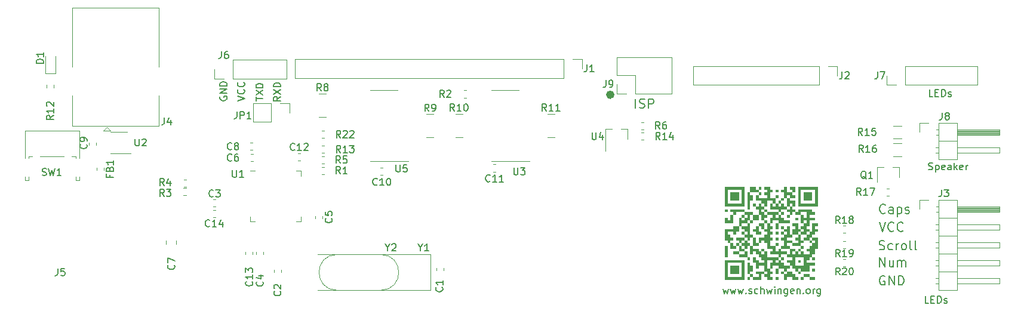
<source format=gto>
%TF.GenerationSoftware,KiCad,Pcbnew,5.1.6+dfsg1-1~bpo10+1*%
%TF.CreationDate,2020-07-04T22:20:21+02:00*%
%TF.ProjectId,Model-M-USB,4d6f6465-6c2d-44d2-9d55-53422e6b6963,rev?*%
%TF.SameCoordinates,Original*%
%TF.FileFunction,Legend,Top*%
%TF.FilePolarity,Positive*%
%FSLAX46Y46*%
G04 Gerber Fmt 4.6, Leading zero omitted, Abs format (unit mm)*
G04 Created by KiCad (PCBNEW 5.1.6+dfsg1-1~bpo10+1) date 2020-07-04 22:20:21*
%MOMM*%
%LPD*%
G01*
G04 APERTURE LIST*
%ADD10C,0.200000*%
%ADD11C,0.150000*%
%ADD12C,0.600000*%
%ADD13C,0.120000*%
%ADD14C,0.100000*%
G04 APERTURE END LIST*
D10*
X175123809Y-91088095D02*
X175123809Y-89788095D01*
X175866666Y-91088095D01*
X175866666Y-89788095D01*
X177042857Y-90221428D02*
X177042857Y-91088095D01*
X176485714Y-90221428D02*
X176485714Y-90902380D01*
X176547619Y-91026190D01*
X176671428Y-91088095D01*
X176857142Y-91088095D01*
X176980952Y-91026190D01*
X177042857Y-90964285D01*
X177661904Y-91088095D02*
X177661904Y-90221428D01*
X177661904Y-90345238D02*
X177723809Y-90283333D01*
X177847619Y-90221428D01*
X178033333Y-90221428D01*
X178157142Y-90283333D01*
X178219047Y-90407142D01*
X178219047Y-91088095D01*
X178219047Y-90407142D02*
X178280952Y-90283333D01*
X178404761Y-90221428D01*
X178590476Y-90221428D01*
X178714285Y-90283333D01*
X178776190Y-90407142D01*
X178776190Y-91088095D01*
X175050000Y-88626190D02*
X175235714Y-88688095D01*
X175545238Y-88688095D01*
X175669047Y-88626190D01*
X175730952Y-88564285D01*
X175792857Y-88440476D01*
X175792857Y-88316666D01*
X175730952Y-88192857D01*
X175669047Y-88130952D01*
X175545238Y-88069047D01*
X175297619Y-88007142D01*
X175173809Y-87945238D01*
X175111904Y-87883333D01*
X175050000Y-87759523D01*
X175050000Y-87635714D01*
X175111904Y-87511904D01*
X175173809Y-87450000D01*
X175297619Y-87388095D01*
X175607142Y-87388095D01*
X175792857Y-87450000D01*
X176907142Y-88626190D02*
X176783333Y-88688095D01*
X176535714Y-88688095D01*
X176411904Y-88626190D01*
X176350000Y-88564285D01*
X176288095Y-88440476D01*
X176288095Y-88069047D01*
X176350000Y-87945238D01*
X176411904Y-87883333D01*
X176535714Y-87821428D01*
X176783333Y-87821428D01*
X176907142Y-87883333D01*
X177464285Y-88688095D02*
X177464285Y-87821428D01*
X177464285Y-88069047D02*
X177526190Y-87945238D01*
X177588095Y-87883333D01*
X177711904Y-87821428D01*
X177835714Y-87821428D01*
X178454761Y-88688095D02*
X178330952Y-88626190D01*
X178269047Y-88564285D01*
X178207142Y-88440476D01*
X178207142Y-88069047D01*
X178269047Y-87945238D01*
X178330952Y-87883333D01*
X178454761Y-87821428D01*
X178640476Y-87821428D01*
X178764285Y-87883333D01*
X178826190Y-87945238D01*
X178888095Y-88069047D01*
X178888095Y-88440476D01*
X178826190Y-88564285D01*
X178764285Y-88626190D01*
X178640476Y-88688095D01*
X178454761Y-88688095D01*
X179630952Y-88688095D02*
X179507142Y-88626190D01*
X179445238Y-88502380D01*
X179445238Y-87388095D01*
X180311904Y-88688095D02*
X180188095Y-88626190D01*
X180126190Y-88502380D01*
X180126190Y-87388095D01*
X175900000Y-83414285D02*
X175838095Y-83476190D01*
X175652380Y-83538095D01*
X175528571Y-83538095D01*
X175342857Y-83476190D01*
X175219047Y-83352380D01*
X175157142Y-83228571D01*
X175095238Y-82980952D01*
X175095238Y-82795238D01*
X175157142Y-82547619D01*
X175219047Y-82423809D01*
X175342857Y-82300000D01*
X175528571Y-82238095D01*
X175652380Y-82238095D01*
X175838095Y-82300000D01*
X175900000Y-82361904D01*
X177014285Y-83538095D02*
X177014285Y-82857142D01*
X176952380Y-82733333D01*
X176828571Y-82671428D01*
X176580952Y-82671428D01*
X176457142Y-82733333D01*
X177014285Y-83476190D02*
X176890476Y-83538095D01*
X176580952Y-83538095D01*
X176457142Y-83476190D01*
X176395238Y-83352380D01*
X176395238Y-83228571D01*
X176457142Y-83104761D01*
X176580952Y-83042857D01*
X176890476Y-83042857D01*
X177014285Y-82980952D01*
X177633333Y-82671428D02*
X177633333Y-83971428D01*
X177633333Y-82733333D02*
X177757142Y-82671428D01*
X178004761Y-82671428D01*
X178128571Y-82733333D01*
X178190476Y-82795238D01*
X178252380Y-82919047D01*
X178252380Y-83290476D01*
X178190476Y-83414285D01*
X178128571Y-83476190D01*
X178004761Y-83538095D01*
X177757142Y-83538095D01*
X177633333Y-83476190D01*
X178747619Y-83476190D02*
X178871428Y-83538095D01*
X179119047Y-83538095D01*
X179242857Y-83476190D01*
X179304761Y-83352380D01*
X179304761Y-83290476D01*
X179242857Y-83166666D01*
X179119047Y-83104761D01*
X178933333Y-83104761D01*
X178809523Y-83042857D01*
X178747619Y-82919047D01*
X178747619Y-82857142D01*
X178809523Y-82733333D01*
X178933333Y-82671428D01*
X179119047Y-82671428D01*
X179242857Y-82733333D01*
X175809523Y-92450000D02*
X175685714Y-92388095D01*
X175500000Y-92388095D01*
X175314285Y-92450000D01*
X175190476Y-92573809D01*
X175128571Y-92697619D01*
X175066666Y-92945238D01*
X175066666Y-93130952D01*
X175128571Y-93378571D01*
X175190476Y-93502380D01*
X175314285Y-93626190D01*
X175500000Y-93688095D01*
X175623809Y-93688095D01*
X175809523Y-93626190D01*
X175871428Y-93564285D01*
X175871428Y-93130952D01*
X175623809Y-93130952D01*
X176428571Y-93688095D02*
X176428571Y-92388095D01*
X177171428Y-93688095D01*
X177171428Y-92388095D01*
X177790476Y-93688095D02*
X177790476Y-92388095D01*
X178100000Y-92388095D01*
X178285714Y-92450000D01*
X178409523Y-92573809D01*
X178471428Y-92697619D01*
X178533333Y-92945238D01*
X178533333Y-93130952D01*
X178471428Y-93378571D01*
X178409523Y-93502380D01*
X178285714Y-93626190D01*
X178100000Y-93688095D01*
X177790476Y-93688095D01*
X175066666Y-84788095D02*
X175500000Y-86088095D01*
X175933333Y-84788095D01*
X177109523Y-85964285D02*
X177047619Y-86026190D01*
X176861904Y-86088095D01*
X176738095Y-86088095D01*
X176552380Y-86026190D01*
X176428571Y-85902380D01*
X176366666Y-85778571D01*
X176304761Y-85530952D01*
X176304761Y-85345238D01*
X176366666Y-85097619D01*
X176428571Y-84973809D01*
X176552380Y-84850000D01*
X176738095Y-84788095D01*
X176861904Y-84788095D01*
X177047619Y-84850000D01*
X177109523Y-84911904D01*
X178409523Y-85964285D02*
X178347619Y-86026190D01*
X178161904Y-86088095D01*
X178038095Y-86088095D01*
X177852380Y-86026190D01*
X177728571Y-85902380D01*
X177666666Y-85778571D01*
X177604761Y-85530952D01*
X177604761Y-85345238D01*
X177666666Y-85097619D01*
X177728571Y-84973809D01*
X177852380Y-84850000D01*
X178038095Y-84788095D01*
X178161904Y-84788095D01*
X178347619Y-84850000D01*
X178409523Y-84911904D01*
D11*
X182038095Y-77304761D02*
X182180952Y-77352380D01*
X182419047Y-77352380D01*
X182514285Y-77304761D01*
X182561904Y-77257142D01*
X182609523Y-77161904D01*
X182609523Y-77066666D01*
X182561904Y-76971428D01*
X182514285Y-76923809D01*
X182419047Y-76876190D01*
X182228571Y-76828571D01*
X182133333Y-76780952D01*
X182085714Y-76733333D01*
X182038095Y-76638095D01*
X182038095Y-76542857D01*
X182085714Y-76447619D01*
X182133333Y-76400000D01*
X182228571Y-76352380D01*
X182466666Y-76352380D01*
X182609523Y-76400000D01*
X183038095Y-76685714D02*
X183038095Y-77685714D01*
X183038095Y-76733333D02*
X183133333Y-76685714D01*
X183323809Y-76685714D01*
X183419047Y-76733333D01*
X183466666Y-76780952D01*
X183514285Y-76876190D01*
X183514285Y-77161904D01*
X183466666Y-77257142D01*
X183419047Y-77304761D01*
X183323809Y-77352380D01*
X183133333Y-77352380D01*
X183038095Y-77304761D01*
X184323809Y-77304761D02*
X184228571Y-77352380D01*
X184038095Y-77352380D01*
X183942857Y-77304761D01*
X183895238Y-77209523D01*
X183895238Y-76828571D01*
X183942857Y-76733333D01*
X184038095Y-76685714D01*
X184228571Y-76685714D01*
X184323809Y-76733333D01*
X184371428Y-76828571D01*
X184371428Y-76923809D01*
X183895238Y-77019047D01*
X185228571Y-77352380D02*
X185228571Y-76828571D01*
X185180952Y-76733333D01*
X185085714Y-76685714D01*
X184895238Y-76685714D01*
X184800000Y-76733333D01*
X185228571Y-77304761D02*
X185133333Y-77352380D01*
X184895238Y-77352380D01*
X184800000Y-77304761D01*
X184752380Y-77209523D01*
X184752380Y-77114285D01*
X184800000Y-77019047D01*
X184895238Y-76971428D01*
X185133333Y-76971428D01*
X185228571Y-76923809D01*
X185704761Y-77352380D02*
X185704761Y-76352380D01*
X185800000Y-76971428D02*
X186085714Y-77352380D01*
X186085714Y-76685714D02*
X185704761Y-77066666D01*
X186895238Y-77304761D02*
X186800000Y-77352380D01*
X186609523Y-77352380D01*
X186514285Y-77304761D01*
X186466666Y-77209523D01*
X186466666Y-76828571D01*
X186514285Y-76733333D01*
X186609523Y-76685714D01*
X186800000Y-76685714D01*
X186895238Y-76733333D01*
X186942857Y-76828571D01*
X186942857Y-76923809D01*
X186466666Y-77019047D01*
X187371428Y-77352380D02*
X187371428Y-76685714D01*
X187371428Y-76876190D02*
X187419047Y-76780952D01*
X187466666Y-76733333D01*
X187561904Y-76685714D01*
X187657142Y-76685714D01*
X182052380Y-96252380D02*
X181576190Y-96252380D01*
X181576190Y-95252380D01*
X182385714Y-95728571D02*
X182719047Y-95728571D01*
X182861904Y-96252380D02*
X182385714Y-96252380D01*
X182385714Y-95252380D01*
X182861904Y-95252380D01*
X183290476Y-96252380D02*
X183290476Y-95252380D01*
X183528571Y-95252380D01*
X183671428Y-95300000D01*
X183766666Y-95395238D01*
X183814285Y-95490476D01*
X183861904Y-95680952D01*
X183861904Y-95823809D01*
X183814285Y-96014285D01*
X183766666Y-96109523D01*
X183671428Y-96204761D01*
X183528571Y-96252380D01*
X183290476Y-96252380D01*
X184242857Y-96204761D02*
X184338095Y-96252380D01*
X184528571Y-96252380D01*
X184623809Y-96204761D01*
X184671428Y-96109523D01*
X184671428Y-96061904D01*
X184623809Y-95966666D01*
X184528571Y-95919047D01*
X184385714Y-95919047D01*
X184290476Y-95871428D01*
X184242857Y-95776190D01*
X184242857Y-95728571D01*
X184290476Y-95633333D01*
X184385714Y-95585714D01*
X184528571Y-95585714D01*
X184623809Y-95633333D01*
X182652380Y-66952380D02*
X182176190Y-66952380D01*
X182176190Y-65952380D01*
X182985714Y-66428571D02*
X183319047Y-66428571D01*
X183461904Y-66952380D02*
X182985714Y-66952380D01*
X182985714Y-65952380D01*
X183461904Y-65952380D01*
X183890476Y-66952380D02*
X183890476Y-65952380D01*
X184128571Y-65952380D01*
X184271428Y-66000000D01*
X184366666Y-66095238D01*
X184414285Y-66190476D01*
X184461904Y-66380952D01*
X184461904Y-66523809D01*
X184414285Y-66714285D01*
X184366666Y-66809523D01*
X184271428Y-66904761D01*
X184128571Y-66952380D01*
X183890476Y-66952380D01*
X184842857Y-66904761D02*
X184938095Y-66952380D01*
X185128571Y-66952380D01*
X185223809Y-66904761D01*
X185271428Y-66809523D01*
X185271428Y-66761904D01*
X185223809Y-66666666D01*
X185128571Y-66619047D01*
X184985714Y-66619047D01*
X184890476Y-66571428D01*
X184842857Y-66476190D01*
X184842857Y-66428571D01*
X184890476Y-66333333D01*
X184985714Y-66285714D01*
X185128571Y-66285714D01*
X185223809Y-66333333D01*
D10*
X140480952Y-68588095D02*
X140480952Y-67288095D01*
X141038095Y-68526190D02*
X141223809Y-68588095D01*
X141533333Y-68588095D01*
X141657142Y-68526190D01*
X141719047Y-68464285D01*
X141780952Y-68340476D01*
X141780952Y-68216666D01*
X141719047Y-68092857D01*
X141657142Y-68030952D01*
X141533333Y-67969047D01*
X141285714Y-67907142D01*
X141161904Y-67845238D01*
X141100000Y-67783333D01*
X141038095Y-67659523D01*
X141038095Y-67535714D01*
X141100000Y-67411904D01*
X141161904Y-67350000D01*
X141285714Y-67288095D01*
X141595238Y-67288095D01*
X141780952Y-67350000D01*
X142338095Y-68588095D02*
X142338095Y-67288095D01*
X142833333Y-67288095D01*
X142957142Y-67350000D01*
X143019047Y-67411904D01*
X143080952Y-67535714D01*
X143080952Y-67721428D01*
X143019047Y-67845238D01*
X142957142Y-67907142D01*
X142833333Y-67969047D01*
X142338095Y-67969047D01*
X90152380Y-66966666D02*
X89676190Y-67300000D01*
X90152380Y-67538095D02*
X89152380Y-67538095D01*
X89152380Y-67157142D01*
X89200000Y-67061904D01*
X89247619Y-67014285D01*
X89342857Y-66966666D01*
X89485714Y-66966666D01*
X89580952Y-67014285D01*
X89628571Y-67061904D01*
X89676190Y-67157142D01*
X89676190Y-67538095D01*
X89152380Y-66633333D02*
X90152380Y-65966666D01*
X89152380Y-65966666D02*
X90152380Y-66633333D01*
X90152380Y-65585714D02*
X89152380Y-65585714D01*
X89152380Y-65347619D01*
X89200000Y-65204761D01*
X89295238Y-65109523D01*
X89390476Y-65061904D01*
X89580952Y-65014285D01*
X89723809Y-65014285D01*
X89914285Y-65061904D01*
X90009523Y-65109523D01*
X90104761Y-65204761D01*
X90152380Y-65347619D01*
X90152380Y-65585714D01*
X86652380Y-67561904D02*
X86652380Y-66990476D01*
X87652380Y-67276190D02*
X86652380Y-67276190D01*
X86652380Y-66752380D02*
X87652380Y-66085714D01*
X86652380Y-66085714D02*
X87652380Y-66752380D01*
X87652380Y-65704761D02*
X86652380Y-65704761D01*
X86652380Y-65466666D01*
X86700000Y-65323809D01*
X86795238Y-65228571D01*
X86890476Y-65180952D01*
X87080952Y-65133333D01*
X87223809Y-65133333D01*
X87414285Y-65180952D01*
X87509523Y-65228571D01*
X87604761Y-65323809D01*
X87652380Y-65466666D01*
X87652380Y-65704761D01*
X84052380Y-67533333D02*
X85052380Y-67200000D01*
X84052380Y-66866666D01*
X84957142Y-65961904D02*
X85004761Y-66009523D01*
X85052380Y-66152380D01*
X85052380Y-66247619D01*
X85004761Y-66390476D01*
X84909523Y-66485714D01*
X84814285Y-66533333D01*
X84623809Y-66580952D01*
X84480952Y-66580952D01*
X84290476Y-66533333D01*
X84195238Y-66485714D01*
X84100000Y-66390476D01*
X84052380Y-66247619D01*
X84052380Y-66152380D01*
X84100000Y-66009523D01*
X84147619Y-65961904D01*
X84957142Y-64961904D02*
X85004761Y-65009523D01*
X85052380Y-65152380D01*
X85052380Y-65247619D01*
X85004761Y-65390476D01*
X84909523Y-65485714D01*
X84814285Y-65533333D01*
X84623809Y-65580952D01*
X84480952Y-65580952D01*
X84290476Y-65533333D01*
X84195238Y-65485714D01*
X84100000Y-65390476D01*
X84052380Y-65247619D01*
X84052380Y-65152380D01*
X84100000Y-65009523D01*
X84147619Y-64961904D01*
X81600000Y-66961904D02*
X81552380Y-67057142D01*
X81552380Y-67200000D01*
X81600000Y-67342857D01*
X81695238Y-67438095D01*
X81790476Y-67485714D01*
X81980952Y-67533333D01*
X82123809Y-67533333D01*
X82314285Y-67485714D01*
X82409523Y-67438095D01*
X82504761Y-67342857D01*
X82552380Y-67200000D01*
X82552380Y-67104761D01*
X82504761Y-66961904D01*
X82457142Y-66914285D01*
X82123809Y-66914285D01*
X82123809Y-67104761D01*
X82552380Y-66485714D02*
X81552380Y-66485714D01*
X82552380Y-65914285D01*
X81552380Y-65914285D01*
X82552380Y-65438095D02*
X81552380Y-65438095D01*
X81552380Y-65200000D01*
X81600000Y-65057142D01*
X81695238Y-64961904D01*
X81790476Y-64914285D01*
X81980952Y-64866666D01*
X82123809Y-64866666D01*
X82314285Y-64914285D01*
X82409523Y-64961904D01*
X82504761Y-65057142D01*
X82552380Y-65200000D01*
X82552380Y-65438095D01*
D12*
X137200000Y-66700000D02*
G75*
G03*
X137200000Y-66700000I-300000J0D01*
G01*
D13*
X104385000Y-94425000D02*
X98135000Y-94425000D01*
X104385000Y-89375000D02*
X98135000Y-89375000D01*
X98135000Y-89375000D02*
G75*
G03*
X98135000Y-94425000I0J-2525000D01*
G01*
X104385000Y-89375000D02*
G75*
G02*
X104385000Y-94425000I0J-2525000D01*
G01*
X96028733Y-71790000D02*
X96371267Y-71790000D01*
X96028733Y-72810000D02*
X96371267Y-72810000D01*
X92170000Y-61670000D02*
X92170000Y-64330000D01*
X130330000Y-61670000D02*
X92170000Y-61670000D01*
X130330000Y-64330000D02*
X92170000Y-64330000D01*
X130330000Y-61670000D02*
X130330000Y-64330000D01*
X131600000Y-61670000D02*
X132930000Y-61670000D01*
X132930000Y-61670000D02*
X132930000Y-63000000D01*
X92971267Y-76060000D02*
X92628733Y-76060000D01*
X92971267Y-75040000D02*
X92628733Y-75040000D01*
X86230000Y-67920000D02*
X86230000Y-70580000D01*
X88830000Y-67920000D02*
X86230000Y-67920000D01*
X88830000Y-70580000D02*
X86230000Y-70580000D01*
X88830000Y-67920000D02*
X88830000Y-70580000D01*
X90100000Y-67920000D02*
X91430000Y-67920000D01*
X91430000Y-67920000D02*
X91430000Y-69250000D01*
D14*
G36*
X153550000Y-80150000D02*
G01*
X153550000Y-79750000D01*
X153150000Y-79750000D01*
X153150000Y-80150000D01*
X153550000Y-80150000D01*
G37*
G36*
X153950000Y-80150000D02*
G01*
X153950000Y-79750000D01*
X153550000Y-79750000D01*
X153550000Y-80150000D01*
X153950000Y-80150000D01*
G37*
G36*
X154350000Y-80150000D02*
G01*
X154350000Y-79750000D01*
X153950000Y-79750000D01*
X153950000Y-80150000D01*
X154350000Y-80150000D01*
G37*
G36*
X154750000Y-80150000D02*
G01*
X154750000Y-79750000D01*
X154350000Y-79750000D01*
X154350000Y-80150000D01*
X154750000Y-80150000D01*
G37*
G36*
X155150000Y-80150000D02*
G01*
X155150000Y-79750000D01*
X154750000Y-79750000D01*
X154750000Y-80150000D01*
X155150000Y-80150000D01*
G37*
G36*
X155550000Y-80150000D02*
G01*
X155550000Y-79750000D01*
X155150000Y-79750000D01*
X155150000Y-80150000D01*
X155550000Y-80150000D01*
G37*
G36*
X155950000Y-80150000D02*
G01*
X155950000Y-79750000D01*
X155550000Y-79750000D01*
X155550000Y-80150000D01*
X155950000Y-80150000D01*
G37*
G36*
X157150000Y-80150000D02*
G01*
X157150000Y-79750000D01*
X156750000Y-79750000D01*
X156750000Y-80150000D01*
X157150000Y-80150000D01*
G37*
G36*
X157550000Y-80150000D02*
G01*
X157550000Y-79750000D01*
X157150000Y-79750000D01*
X157150000Y-80150000D01*
X157550000Y-80150000D01*
G37*
G36*
X158350000Y-80150000D02*
G01*
X158350000Y-79750000D01*
X157950000Y-79750000D01*
X157950000Y-80150000D01*
X158350000Y-80150000D01*
G37*
G36*
X159150000Y-80150000D02*
G01*
X159150000Y-79750000D01*
X158750000Y-79750000D01*
X158750000Y-80150000D01*
X159150000Y-80150000D01*
G37*
G36*
X159550000Y-80150000D02*
G01*
X159550000Y-79750000D01*
X159150000Y-79750000D01*
X159150000Y-80150000D01*
X159550000Y-80150000D01*
G37*
G36*
X161950000Y-80150000D02*
G01*
X161950000Y-79750000D01*
X161550000Y-79750000D01*
X161550000Y-80150000D01*
X161950000Y-80150000D01*
G37*
G36*
X162750000Y-80150000D02*
G01*
X162750000Y-79750000D01*
X162350000Y-79750000D01*
X162350000Y-80150000D01*
X162750000Y-80150000D01*
G37*
G36*
X163150000Y-80150000D02*
G01*
X163150000Y-79750000D01*
X162750000Y-79750000D01*
X162750000Y-80150000D01*
X163150000Y-80150000D01*
G37*
G36*
X163950000Y-80150000D02*
G01*
X163950000Y-79750000D01*
X163550000Y-79750000D01*
X163550000Y-80150000D01*
X163950000Y-80150000D01*
G37*
G36*
X164350000Y-80150000D02*
G01*
X164350000Y-79750000D01*
X163950000Y-79750000D01*
X163950000Y-80150000D01*
X164350000Y-80150000D01*
G37*
G36*
X164750000Y-80150000D02*
G01*
X164750000Y-79750000D01*
X164350000Y-79750000D01*
X164350000Y-80150000D01*
X164750000Y-80150000D01*
G37*
G36*
X165150000Y-80150000D02*
G01*
X165150000Y-79750000D01*
X164750000Y-79750000D01*
X164750000Y-80150000D01*
X165150000Y-80150000D01*
G37*
G36*
X165550000Y-80150000D02*
G01*
X165550000Y-79750000D01*
X165150000Y-79750000D01*
X165150000Y-80150000D01*
X165550000Y-80150000D01*
G37*
G36*
X165950000Y-80150000D02*
G01*
X165950000Y-79750000D01*
X165550000Y-79750000D01*
X165550000Y-80150000D01*
X165950000Y-80150000D01*
G37*
G36*
X166350000Y-80150000D02*
G01*
X166350000Y-79750000D01*
X165950000Y-79750000D01*
X165950000Y-80150000D01*
X166350000Y-80150000D01*
G37*
G36*
X153550000Y-80550000D02*
G01*
X153550000Y-80150000D01*
X153150000Y-80150000D01*
X153150000Y-80550000D01*
X153550000Y-80550000D01*
G37*
G36*
X155950000Y-80550000D02*
G01*
X155950000Y-80150000D01*
X155550000Y-80150000D01*
X155550000Y-80550000D01*
X155950000Y-80550000D01*
G37*
G36*
X157150000Y-80550000D02*
G01*
X157150000Y-80150000D01*
X156750000Y-80150000D01*
X156750000Y-80550000D01*
X157150000Y-80550000D01*
G37*
G36*
X157550000Y-80550000D02*
G01*
X157550000Y-80150000D01*
X157150000Y-80150000D01*
X157150000Y-80550000D01*
X157550000Y-80550000D01*
G37*
G36*
X157950000Y-80550000D02*
G01*
X157950000Y-80150000D01*
X157550000Y-80150000D01*
X157550000Y-80550000D01*
X157950000Y-80550000D01*
G37*
G36*
X159550000Y-80550000D02*
G01*
X159550000Y-80150000D01*
X159150000Y-80150000D01*
X159150000Y-80550000D01*
X159550000Y-80550000D01*
G37*
G36*
X159950000Y-80550000D02*
G01*
X159950000Y-80150000D01*
X159550000Y-80150000D01*
X159550000Y-80550000D01*
X159950000Y-80550000D01*
G37*
G36*
X160750000Y-80550000D02*
G01*
X160750000Y-80150000D01*
X160350000Y-80150000D01*
X160350000Y-80550000D01*
X160750000Y-80550000D01*
G37*
G36*
X161550000Y-80550000D02*
G01*
X161550000Y-80150000D01*
X161150000Y-80150000D01*
X161150000Y-80550000D01*
X161550000Y-80550000D01*
G37*
G36*
X161950000Y-80550000D02*
G01*
X161950000Y-80150000D01*
X161550000Y-80150000D01*
X161550000Y-80550000D01*
X161950000Y-80550000D01*
G37*
G36*
X163150000Y-80550000D02*
G01*
X163150000Y-80150000D01*
X162750000Y-80150000D01*
X162750000Y-80550000D01*
X163150000Y-80550000D01*
G37*
G36*
X163950000Y-80550000D02*
G01*
X163950000Y-80150000D01*
X163550000Y-80150000D01*
X163550000Y-80550000D01*
X163950000Y-80550000D01*
G37*
G36*
X166350000Y-80550000D02*
G01*
X166350000Y-80150000D01*
X165950000Y-80150000D01*
X165950000Y-80550000D01*
X166350000Y-80550000D01*
G37*
G36*
X153550000Y-80950000D02*
G01*
X153550000Y-80550000D01*
X153150000Y-80550000D01*
X153150000Y-80950000D01*
X153550000Y-80950000D01*
G37*
G36*
X154350000Y-80950000D02*
G01*
X154350000Y-80550000D01*
X153950000Y-80550000D01*
X153950000Y-80950000D01*
X154350000Y-80950000D01*
G37*
G36*
X154750000Y-80950000D02*
G01*
X154750000Y-80550000D01*
X154350000Y-80550000D01*
X154350000Y-80950000D01*
X154750000Y-80950000D01*
G37*
G36*
X155150000Y-80950000D02*
G01*
X155150000Y-80550000D01*
X154750000Y-80550000D01*
X154750000Y-80950000D01*
X155150000Y-80950000D01*
G37*
G36*
X155950000Y-80950000D02*
G01*
X155950000Y-80550000D01*
X155550000Y-80550000D01*
X155550000Y-80950000D01*
X155950000Y-80950000D01*
G37*
G36*
X156750000Y-80950000D02*
G01*
X156750000Y-80550000D01*
X156350000Y-80550000D01*
X156350000Y-80950000D01*
X156750000Y-80950000D01*
G37*
G36*
X158350000Y-80950000D02*
G01*
X158350000Y-80550000D01*
X157950000Y-80550000D01*
X157950000Y-80950000D01*
X158350000Y-80950000D01*
G37*
G36*
X159150000Y-80950000D02*
G01*
X159150000Y-80550000D01*
X158750000Y-80550000D01*
X158750000Y-80950000D01*
X159150000Y-80950000D01*
G37*
G36*
X159550000Y-80950000D02*
G01*
X159550000Y-80550000D01*
X159150000Y-80550000D01*
X159150000Y-80950000D01*
X159550000Y-80950000D01*
G37*
G36*
X161950000Y-80950000D02*
G01*
X161950000Y-80550000D01*
X161550000Y-80550000D01*
X161550000Y-80950000D01*
X161950000Y-80950000D01*
G37*
G36*
X162350000Y-80950000D02*
G01*
X162350000Y-80550000D01*
X161950000Y-80550000D01*
X161950000Y-80950000D01*
X162350000Y-80950000D01*
G37*
G36*
X162750000Y-80950000D02*
G01*
X162750000Y-80550000D01*
X162350000Y-80550000D01*
X162350000Y-80950000D01*
X162750000Y-80950000D01*
G37*
G36*
X163950000Y-80950000D02*
G01*
X163950000Y-80550000D01*
X163550000Y-80550000D01*
X163550000Y-80950000D01*
X163950000Y-80950000D01*
G37*
G36*
X164750000Y-80950000D02*
G01*
X164750000Y-80550000D01*
X164350000Y-80550000D01*
X164350000Y-80950000D01*
X164750000Y-80950000D01*
G37*
G36*
X165150000Y-80950000D02*
G01*
X165150000Y-80550000D01*
X164750000Y-80550000D01*
X164750000Y-80950000D01*
X165150000Y-80950000D01*
G37*
G36*
X165550000Y-80950000D02*
G01*
X165550000Y-80550000D01*
X165150000Y-80550000D01*
X165150000Y-80950000D01*
X165550000Y-80950000D01*
G37*
G36*
X166350000Y-80950000D02*
G01*
X166350000Y-80550000D01*
X165950000Y-80550000D01*
X165950000Y-80950000D01*
X166350000Y-80950000D01*
G37*
G36*
X153550000Y-81350000D02*
G01*
X153550000Y-80950000D01*
X153150000Y-80950000D01*
X153150000Y-81350000D01*
X153550000Y-81350000D01*
G37*
G36*
X154350000Y-81350000D02*
G01*
X154350000Y-80950000D01*
X153950000Y-80950000D01*
X153950000Y-81350000D01*
X154350000Y-81350000D01*
G37*
G36*
X154750000Y-81350000D02*
G01*
X154750000Y-80950000D01*
X154350000Y-80950000D01*
X154350000Y-81350000D01*
X154750000Y-81350000D01*
G37*
G36*
X155150000Y-81350000D02*
G01*
X155150000Y-80950000D01*
X154750000Y-80950000D01*
X154750000Y-81350000D01*
X155150000Y-81350000D01*
G37*
G36*
X155950000Y-81350000D02*
G01*
X155950000Y-80950000D01*
X155550000Y-80950000D01*
X155550000Y-81350000D01*
X155950000Y-81350000D01*
G37*
G36*
X156750000Y-81350000D02*
G01*
X156750000Y-80950000D01*
X156350000Y-80950000D01*
X156350000Y-81350000D01*
X156750000Y-81350000D01*
G37*
G36*
X157150000Y-81350000D02*
G01*
X157150000Y-80950000D01*
X156750000Y-80950000D01*
X156750000Y-81350000D01*
X157150000Y-81350000D01*
G37*
G36*
X157950000Y-81350000D02*
G01*
X157950000Y-80950000D01*
X157550000Y-80950000D01*
X157550000Y-81350000D01*
X157950000Y-81350000D01*
G37*
G36*
X159550000Y-81350000D02*
G01*
X159550000Y-80950000D01*
X159150000Y-80950000D01*
X159150000Y-81350000D01*
X159550000Y-81350000D01*
G37*
G36*
X160750000Y-81350000D02*
G01*
X160750000Y-80950000D01*
X160350000Y-80950000D01*
X160350000Y-81350000D01*
X160750000Y-81350000D01*
G37*
G36*
X161950000Y-81350000D02*
G01*
X161950000Y-80950000D01*
X161550000Y-80950000D01*
X161550000Y-81350000D01*
X161950000Y-81350000D01*
G37*
G36*
X162750000Y-81350000D02*
G01*
X162750000Y-80950000D01*
X162350000Y-80950000D01*
X162350000Y-81350000D01*
X162750000Y-81350000D01*
G37*
G36*
X163150000Y-81350000D02*
G01*
X163150000Y-80950000D01*
X162750000Y-80950000D01*
X162750000Y-81350000D01*
X163150000Y-81350000D01*
G37*
G36*
X163950000Y-81350000D02*
G01*
X163950000Y-80950000D01*
X163550000Y-80950000D01*
X163550000Y-81350000D01*
X163950000Y-81350000D01*
G37*
G36*
X164750000Y-81350000D02*
G01*
X164750000Y-80950000D01*
X164350000Y-80950000D01*
X164350000Y-81350000D01*
X164750000Y-81350000D01*
G37*
G36*
X165150000Y-81350000D02*
G01*
X165150000Y-80950000D01*
X164750000Y-80950000D01*
X164750000Y-81350000D01*
X165150000Y-81350000D01*
G37*
G36*
X165550000Y-81350000D02*
G01*
X165550000Y-80950000D01*
X165150000Y-80950000D01*
X165150000Y-81350000D01*
X165550000Y-81350000D01*
G37*
G36*
X166350000Y-81350000D02*
G01*
X166350000Y-80950000D01*
X165950000Y-80950000D01*
X165950000Y-81350000D01*
X166350000Y-81350000D01*
G37*
G36*
X153550000Y-81750000D02*
G01*
X153550000Y-81350000D01*
X153150000Y-81350000D01*
X153150000Y-81750000D01*
X153550000Y-81750000D01*
G37*
G36*
X154350000Y-81750000D02*
G01*
X154350000Y-81350000D01*
X153950000Y-81350000D01*
X153950000Y-81750000D01*
X154350000Y-81750000D01*
G37*
G36*
X154750000Y-81750000D02*
G01*
X154750000Y-81350000D01*
X154350000Y-81350000D01*
X154350000Y-81750000D01*
X154750000Y-81750000D01*
G37*
G36*
X155150000Y-81750000D02*
G01*
X155150000Y-81350000D01*
X154750000Y-81350000D01*
X154750000Y-81750000D01*
X155150000Y-81750000D01*
G37*
G36*
X155950000Y-81750000D02*
G01*
X155950000Y-81350000D01*
X155550000Y-81350000D01*
X155550000Y-81750000D01*
X155950000Y-81750000D01*
G37*
G36*
X156750000Y-81750000D02*
G01*
X156750000Y-81350000D01*
X156350000Y-81350000D01*
X156350000Y-81750000D01*
X156750000Y-81750000D01*
G37*
G36*
X157150000Y-81750000D02*
G01*
X157150000Y-81350000D01*
X156750000Y-81350000D01*
X156750000Y-81750000D01*
X157150000Y-81750000D01*
G37*
G36*
X157950000Y-81750000D02*
G01*
X157950000Y-81350000D01*
X157550000Y-81350000D01*
X157550000Y-81750000D01*
X157950000Y-81750000D01*
G37*
G36*
X158350000Y-81750000D02*
G01*
X158350000Y-81350000D01*
X157950000Y-81350000D01*
X157950000Y-81750000D01*
X158350000Y-81750000D01*
G37*
G36*
X158750000Y-81750000D02*
G01*
X158750000Y-81350000D01*
X158350000Y-81350000D01*
X158350000Y-81750000D01*
X158750000Y-81750000D01*
G37*
G36*
X159150000Y-81750000D02*
G01*
X159150000Y-81350000D01*
X158750000Y-81350000D01*
X158750000Y-81750000D01*
X159150000Y-81750000D01*
G37*
G36*
X159550000Y-81750000D02*
G01*
X159550000Y-81350000D01*
X159150000Y-81350000D01*
X159150000Y-81750000D01*
X159550000Y-81750000D01*
G37*
G36*
X159950000Y-81750000D02*
G01*
X159950000Y-81350000D01*
X159550000Y-81350000D01*
X159550000Y-81750000D01*
X159950000Y-81750000D01*
G37*
G36*
X160350000Y-81750000D02*
G01*
X160350000Y-81350000D01*
X159950000Y-81350000D01*
X159950000Y-81750000D01*
X160350000Y-81750000D01*
G37*
G36*
X161550000Y-81750000D02*
G01*
X161550000Y-81350000D01*
X161150000Y-81350000D01*
X161150000Y-81750000D01*
X161550000Y-81750000D01*
G37*
G36*
X162350000Y-81750000D02*
G01*
X162350000Y-81350000D01*
X161950000Y-81350000D01*
X161950000Y-81750000D01*
X162350000Y-81750000D01*
G37*
G36*
X163950000Y-81750000D02*
G01*
X163950000Y-81350000D01*
X163550000Y-81350000D01*
X163550000Y-81750000D01*
X163950000Y-81750000D01*
G37*
G36*
X164750000Y-81750000D02*
G01*
X164750000Y-81350000D01*
X164350000Y-81350000D01*
X164350000Y-81750000D01*
X164750000Y-81750000D01*
G37*
G36*
X165150000Y-81750000D02*
G01*
X165150000Y-81350000D01*
X164750000Y-81350000D01*
X164750000Y-81750000D01*
X165150000Y-81750000D01*
G37*
G36*
X165550000Y-81750000D02*
G01*
X165550000Y-81350000D01*
X165150000Y-81350000D01*
X165150000Y-81750000D01*
X165550000Y-81750000D01*
G37*
G36*
X166350000Y-81750000D02*
G01*
X166350000Y-81350000D01*
X165950000Y-81350000D01*
X165950000Y-81750000D01*
X166350000Y-81750000D01*
G37*
G36*
X153550000Y-82150000D02*
G01*
X153550000Y-81750000D01*
X153150000Y-81750000D01*
X153150000Y-82150000D01*
X153550000Y-82150000D01*
G37*
G36*
X155950000Y-82150000D02*
G01*
X155950000Y-81750000D01*
X155550000Y-81750000D01*
X155550000Y-82150000D01*
X155950000Y-82150000D01*
G37*
G36*
X156750000Y-82150000D02*
G01*
X156750000Y-81750000D01*
X156350000Y-81750000D01*
X156350000Y-82150000D01*
X156750000Y-82150000D01*
G37*
G36*
X158750000Y-82150000D02*
G01*
X158750000Y-81750000D01*
X158350000Y-81750000D01*
X158350000Y-82150000D01*
X158750000Y-82150000D01*
G37*
G36*
X159150000Y-82150000D02*
G01*
X159150000Y-81750000D01*
X158750000Y-81750000D01*
X158750000Y-82150000D01*
X159150000Y-82150000D01*
G37*
G36*
X160350000Y-82150000D02*
G01*
X160350000Y-81750000D01*
X159950000Y-81750000D01*
X159950000Y-82150000D01*
X160350000Y-82150000D01*
G37*
G36*
X161150000Y-82150000D02*
G01*
X161150000Y-81750000D01*
X160750000Y-81750000D01*
X160750000Y-82150000D01*
X161150000Y-82150000D01*
G37*
G36*
X162350000Y-82150000D02*
G01*
X162350000Y-81750000D01*
X161950000Y-81750000D01*
X161950000Y-82150000D01*
X162350000Y-82150000D01*
G37*
G36*
X162750000Y-82150000D02*
G01*
X162750000Y-81750000D01*
X162350000Y-81750000D01*
X162350000Y-82150000D01*
X162750000Y-82150000D01*
G37*
G36*
X163150000Y-82150000D02*
G01*
X163150000Y-81750000D01*
X162750000Y-81750000D01*
X162750000Y-82150000D01*
X163150000Y-82150000D01*
G37*
G36*
X163950000Y-82150000D02*
G01*
X163950000Y-81750000D01*
X163550000Y-81750000D01*
X163550000Y-82150000D01*
X163950000Y-82150000D01*
G37*
G36*
X166350000Y-82150000D02*
G01*
X166350000Y-81750000D01*
X165950000Y-81750000D01*
X165950000Y-82150000D01*
X166350000Y-82150000D01*
G37*
G36*
X153550000Y-82550000D02*
G01*
X153550000Y-82150000D01*
X153150000Y-82150000D01*
X153150000Y-82550000D01*
X153550000Y-82550000D01*
G37*
G36*
X153950000Y-82550000D02*
G01*
X153950000Y-82150000D01*
X153550000Y-82150000D01*
X153550000Y-82550000D01*
X153950000Y-82550000D01*
G37*
G36*
X154350000Y-82550000D02*
G01*
X154350000Y-82150000D01*
X153950000Y-82150000D01*
X153950000Y-82550000D01*
X154350000Y-82550000D01*
G37*
G36*
X154750000Y-82550000D02*
G01*
X154750000Y-82150000D01*
X154350000Y-82150000D01*
X154350000Y-82550000D01*
X154750000Y-82550000D01*
G37*
G36*
X155150000Y-82550000D02*
G01*
X155150000Y-82150000D01*
X154750000Y-82150000D01*
X154750000Y-82550000D01*
X155150000Y-82550000D01*
G37*
G36*
X155550000Y-82550000D02*
G01*
X155550000Y-82150000D01*
X155150000Y-82150000D01*
X155150000Y-82550000D01*
X155550000Y-82550000D01*
G37*
G36*
X155950000Y-82550000D02*
G01*
X155950000Y-82150000D01*
X155550000Y-82150000D01*
X155550000Y-82550000D01*
X155950000Y-82550000D01*
G37*
G36*
X156750000Y-82550000D02*
G01*
X156750000Y-82150000D01*
X156350000Y-82150000D01*
X156350000Y-82550000D01*
X156750000Y-82550000D01*
G37*
G36*
X157550000Y-82550000D02*
G01*
X157550000Y-82150000D01*
X157150000Y-82150000D01*
X157150000Y-82550000D01*
X157550000Y-82550000D01*
G37*
G36*
X158350000Y-82550000D02*
G01*
X158350000Y-82150000D01*
X157950000Y-82150000D01*
X157950000Y-82550000D01*
X158350000Y-82550000D01*
G37*
G36*
X159150000Y-82550000D02*
G01*
X159150000Y-82150000D01*
X158750000Y-82150000D01*
X158750000Y-82550000D01*
X159150000Y-82550000D01*
G37*
G36*
X159950000Y-82550000D02*
G01*
X159950000Y-82150000D01*
X159550000Y-82150000D01*
X159550000Y-82550000D01*
X159950000Y-82550000D01*
G37*
G36*
X160750000Y-82550000D02*
G01*
X160750000Y-82150000D01*
X160350000Y-82150000D01*
X160350000Y-82550000D01*
X160750000Y-82550000D01*
G37*
G36*
X161550000Y-82550000D02*
G01*
X161550000Y-82150000D01*
X161150000Y-82150000D01*
X161150000Y-82550000D01*
X161550000Y-82550000D01*
G37*
G36*
X162350000Y-82550000D02*
G01*
X162350000Y-82150000D01*
X161950000Y-82150000D01*
X161950000Y-82550000D01*
X162350000Y-82550000D01*
G37*
G36*
X163150000Y-82550000D02*
G01*
X163150000Y-82150000D01*
X162750000Y-82150000D01*
X162750000Y-82550000D01*
X163150000Y-82550000D01*
G37*
G36*
X163950000Y-82550000D02*
G01*
X163950000Y-82150000D01*
X163550000Y-82150000D01*
X163550000Y-82550000D01*
X163950000Y-82550000D01*
G37*
G36*
X164350000Y-82550000D02*
G01*
X164350000Y-82150000D01*
X163950000Y-82150000D01*
X163950000Y-82550000D01*
X164350000Y-82550000D01*
G37*
G36*
X164750000Y-82550000D02*
G01*
X164750000Y-82150000D01*
X164350000Y-82150000D01*
X164350000Y-82550000D01*
X164750000Y-82550000D01*
G37*
G36*
X165150000Y-82550000D02*
G01*
X165150000Y-82150000D01*
X164750000Y-82150000D01*
X164750000Y-82550000D01*
X165150000Y-82550000D01*
G37*
G36*
X165550000Y-82550000D02*
G01*
X165550000Y-82150000D01*
X165150000Y-82150000D01*
X165150000Y-82550000D01*
X165550000Y-82550000D01*
G37*
G36*
X165950000Y-82550000D02*
G01*
X165950000Y-82150000D01*
X165550000Y-82150000D01*
X165550000Y-82550000D01*
X165950000Y-82550000D01*
G37*
G36*
X166350000Y-82550000D02*
G01*
X166350000Y-82150000D01*
X165950000Y-82150000D01*
X165950000Y-82550000D01*
X166350000Y-82550000D01*
G37*
G36*
X156750000Y-82950000D02*
G01*
X156750000Y-82550000D01*
X156350000Y-82550000D01*
X156350000Y-82950000D01*
X156750000Y-82950000D01*
G37*
G36*
X157950000Y-82950000D02*
G01*
X157950000Y-82550000D01*
X157550000Y-82550000D01*
X157550000Y-82950000D01*
X157950000Y-82950000D01*
G37*
G36*
X158350000Y-82950000D02*
G01*
X158350000Y-82550000D01*
X157950000Y-82550000D01*
X157950000Y-82950000D01*
X158350000Y-82950000D01*
G37*
G36*
X158750000Y-82950000D02*
G01*
X158750000Y-82550000D01*
X158350000Y-82550000D01*
X158350000Y-82950000D01*
X158750000Y-82950000D01*
G37*
G36*
X159950000Y-82950000D02*
G01*
X159950000Y-82550000D01*
X159550000Y-82550000D01*
X159550000Y-82950000D01*
X159950000Y-82950000D01*
G37*
G36*
X160350000Y-82950000D02*
G01*
X160350000Y-82550000D01*
X159950000Y-82550000D01*
X159950000Y-82950000D01*
X160350000Y-82950000D01*
G37*
G36*
X160750000Y-82950000D02*
G01*
X160750000Y-82550000D01*
X160350000Y-82550000D01*
X160350000Y-82950000D01*
X160750000Y-82950000D01*
G37*
G36*
X161150000Y-82950000D02*
G01*
X161150000Y-82550000D01*
X160750000Y-82550000D01*
X160750000Y-82950000D01*
X161150000Y-82950000D01*
G37*
G36*
X161550000Y-82950000D02*
G01*
X161550000Y-82550000D01*
X161150000Y-82550000D01*
X161150000Y-82950000D01*
X161550000Y-82950000D01*
G37*
G36*
X161950000Y-82950000D02*
G01*
X161950000Y-82550000D01*
X161550000Y-82550000D01*
X161550000Y-82950000D01*
X161950000Y-82950000D01*
G37*
G36*
X162750000Y-82950000D02*
G01*
X162750000Y-82550000D01*
X162350000Y-82550000D01*
X162350000Y-82950000D01*
X162750000Y-82950000D01*
G37*
G36*
X153550000Y-83350000D02*
G01*
X153550000Y-82950000D01*
X153150000Y-82950000D01*
X153150000Y-83350000D01*
X153550000Y-83350000D01*
G37*
G36*
X154350000Y-83350000D02*
G01*
X154350000Y-82950000D01*
X153950000Y-82950000D01*
X153950000Y-83350000D01*
X154350000Y-83350000D01*
G37*
G36*
X154750000Y-83350000D02*
G01*
X154750000Y-82950000D01*
X154350000Y-82950000D01*
X154350000Y-83350000D01*
X154750000Y-83350000D01*
G37*
G36*
X155150000Y-83350000D02*
G01*
X155150000Y-82950000D01*
X154750000Y-82950000D01*
X154750000Y-83350000D01*
X155150000Y-83350000D01*
G37*
G36*
X155550000Y-83350000D02*
G01*
X155550000Y-82950000D01*
X155150000Y-82950000D01*
X155150000Y-83350000D01*
X155550000Y-83350000D01*
G37*
G36*
X155950000Y-83350000D02*
G01*
X155950000Y-82950000D01*
X155550000Y-82950000D01*
X155550000Y-83350000D01*
X155950000Y-83350000D01*
G37*
G36*
X158350000Y-83350000D02*
G01*
X158350000Y-82950000D01*
X157950000Y-82950000D01*
X157950000Y-83350000D01*
X158350000Y-83350000D01*
G37*
G36*
X159150000Y-83350000D02*
G01*
X159150000Y-82950000D01*
X158750000Y-82950000D01*
X158750000Y-83350000D01*
X159150000Y-83350000D01*
G37*
G36*
X161150000Y-83350000D02*
G01*
X161150000Y-82950000D01*
X160750000Y-82950000D01*
X160750000Y-83350000D01*
X161150000Y-83350000D01*
G37*
G36*
X162350000Y-83350000D02*
G01*
X162350000Y-82950000D01*
X161950000Y-82950000D01*
X161950000Y-83350000D01*
X162350000Y-83350000D01*
G37*
G36*
X162750000Y-83350000D02*
G01*
X162750000Y-82950000D01*
X162350000Y-82950000D01*
X162350000Y-83350000D01*
X162750000Y-83350000D01*
G37*
G36*
X163150000Y-83350000D02*
G01*
X163150000Y-82950000D01*
X162750000Y-82950000D01*
X162750000Y-83350000D01*
X163150000Y-83350000D01*
G37*
G36*
X163950000Y-83350000D02*
G01*
X163950000Y-82950000D01*
X163550000Y-82950000D01*
X163550000Y-83350000D01*
X163950000Y-83350000D01*
G37*
G36*
X164350000Y-83350000D02*
G01*
X164350000Y-82950000D01*
X163950000Y-82950000D01*
X163950000Y-83350000D01*
X164350000Y-83350000D01*
G37*
G36*
X164750000Y-83350000D02*
G01*
X164750000Y-82950000D01*
X164350000Y-82950000D01*
X164350000Y-83350000D01*
X164750000Y-83350000D01*
G37*
G36*
X165150000Y-83350000D02*
G01*
X165150000Y-82950000D01*
X164750000Y-82950000D01*
X164750000Y-83350000D01*
X165150000Y-83350000D01*
G37*
G36*
X165550000Y-83350000D02*
G01*
X165550000Y-82950000D01*
X165150000Y-82950000D01*
X165150000Y-83350000D01*
X165550000Y-83350000D01*
G37*
G36*
X154750000Y-83750000D02*
G01*
X154750000Y-83350000D01*
X154350000Y-83350000D01*
X154350000Y-83750000D01*
X154750000Y-83750000D01*
G37*
G36*
X156350000Y-83750000D02*
G01*
X156350000Y-83350000D01*
X155950000Y-83350000D01*
X155950000Y-83750000D01*
X156350000Y-83750000D01*
G37*
G36*
X156750000Y-83750000D02*
G01*
X156750000Y-83350000D01*
X156350000Y-83350000D01*
X156350000Y-83750000D01*
X156750000Y-83750000D01*
G37*
G36*
X157150000Y-83750000D02*
G01*
X157150000Y-83350000D01*
X156750000Y-83350000D01*
X156750000Y-83750000D01*
X157150000Y-83750000D01*
G37*
G36*
X158350000Y-83750000D02*
G01*
X158350000Y-83350000D01*
X157950000Y-83350000D01*
X157950000Y-83750000D01*
X158350000Y-83750000D01*
G37*
G36*
X158750000Y-83750000D02*
G01*
X158750000Y-83350000D01*
X158350000Y-83350000D01*
X158350000Y-83750000D01*
X158750000Y-83750000D01*
G37*
G36*
X159550000Y-83750000D02*
G01*
X159550000Y-83350000D01*
X159150000Y-83350000D01*
X159150000Y-83750000D01*
X159550000Y-83750000D01*
G37*
G36*
X159950000Y-83750000D02*
G01*
X159950000Y-83350000D01*
X159550000Y-83350000D01*
X159550000Y-83750000D01*
X159950000Y-83750000D01*
G37*
G36*
X160350000Y-83750000D02*
G01*
X160350000Y-83350000D01*
X159950000Y-83350000D01*
X159950000Y-83750000D01*
X160350000Y-83750000D01*
G37*
G36*
X160750000Y-83750000D02*
G01*
X160750000Y-83350000D01*
X160350000Y-83350000D01*
X160350000Y-83750000D01*
X160750000Y-83750000D01*
G37*
G36*
X161550000Y-83750000D02*
G01*
X161550000Y-83350000D01*
X161150000Y-83350000D01*
X161150000Y-83750000D01*
X161550000Y-83750000D01*
G37*
G36*
X162750000Y-83750000D02*
G01*
X162750000Y-83350000D01*
X162350000Y-83350000D01*
X162350000Y-83750000D01*
X162750000Y-83750000D01*
G37*
G36*
X163550000Y-83750000D02*
G01*
X163550000Y-83350000D01*
X163150000Y-83350000D01*
X163150000Y-83750000D01*
X163550000Y-83750000D01*
G37*
G36*
X163950000Y-83750000D02*
G01*
X163950000Y-83350000D01*
X163550000Y-83350000D01*
X163550000Y-83750000D01*
X163950000Y-83750000D01*
G37*
G36*
X165150000Y-83750000D02*
G01*
X165150000Y-83350000D01*
X164750000Y-83350000D01*
X164750000Y-83750000D01*
X165150000Y-83750000D01*
G37*
G36*
X165550000Y-83750000D02*
G01*
X165550000Y-83350000D01*
X165150000Y-83350000D01*
X165150000Y-83750000D01*
X165550000Y-83750000D01*
G37*
G36*
X165950000Y-83750000D02*
G01*
X165950000Y-83350000D01*
X165550000Y-83350000D01*
X165550000Y-83750000D01*
X165950000Y-83750000D01*
G37*
G36*
X154350000Y-84150000D02*
G01*
X154350000Y-83750000D01*
X153950000Y-83750000D01*
X153950000Y-84150000D01*
X154350000Y-84150000D01*
G37*
G36*
X155950000Y-84150000D02*
G01*
X155950000Y-83750000D01*
X155550000Y-83750000D01*
X155550000Y-84150000D01*
X155950000Y-84150000D01*
G37*
G36*
X156750000Y-84150000D02*
G01*
X156750000Y-83750000D01*
X156350000Y-83750000D01*
X156350000Y-84150000D01*
X156750000Y-84150000D01*
G37*
G36*
X157550000Y-84150000D02*
G01*
X157550000Y-83750000D01*
X157150000Y-83750000D01*
X157150000Y-84150000D01*
X157550000Y-84150000D01*
G37*
G36*
X157950000Y-84150000D02*
G01*
X157950000Y-83750000D01*
X157550000Y-83750000D01*
X157550000Y-84150000D01*
X157950000Y-84150000D01*
G37*
G36*
X158750000Y-84150000D02*
G01*
X158750000Y-83750000D01*
X158350000Y-83750000D01*
X158350000Y-84150000D01*
X158750000Y-84150000D01*
G37*
G36*
X159150000Y-84150000D02*
G01*
X159150000Y-83750000D01*
X158750000Y-83750000D01*
X158750000Y-84150000D01*
X159150000Y-84150000D01*
G37*
G36*
X160350000Y-84150000D02*
G01*
X160350000Y-83750000D01*
X159950000Y-83750000D01*
X159950000Y-84150000D01*
X160350000Y-84150000D01*
G37*
G36*
X161150000Y-84150000D02*
G01*
X161150000Y-83750000D01*
X160750000Y-83750000D01*
X160750000Y-84150000D01*
X161150000Y-84150000D01*
G37*
G36*
X162350000Y-84150000D02*
G01*
X162350000Y-83750000D01*
X161950000Y-83750000D01*
X161950000Y-84150000D01*
X162350000Y-84150000D01*
G37*
G36*
X164350000Y-84150000D02*
G01*
X164350000Y-83750000D01*
X163950000Y-83750000D01*
X163950000Y-84150000D01*
X164350000Y-84150000D01*
G37*
G36*
X165150000Y-84150000D02*
G01*
X165150000Y-83750000D01*
X164750000Y-83750000D01*
X164750000Y-84150000D01*
X165150000Y-84150000D01*
G37*
G36*
X153550000Y-84550000D02*
G01*
X153550000Y-84150000D01*
X153150000Y-84150000D01*
X153150000Y-84550000D01*
X153550000Y-84550000D01*
G37*
G36*
X154350000Y-84550000D02*
G01*
X154350000Y-84150000D01*
X153950000Y-84150000D01*
X153950000Y-84550000D01*
X154350000Y-84550000D01*
G37*
G36*
X155550000Y-84550000D02*
G01*
X155550000Y-84150000D01*
X155150000Y-84150000D01*
X155150000Y-84550000D01*
X155550000Y-84550000D01*
G37*
G36*
X156350000Y-84550000D02*
G01*
X156350000Y-84150000D01*
X155950000Y-84150000D01*
X155950000Y-84550000D01*
X156350000Y-84550000D01*
G37*
G36*
X156750000Y-84550000D02*
G01*
X156750000Y-84150000D01*
X156350000Y-84150000D01*
X156350000Y-84550000D01*
X156750000Y-84550000D01*
G37*
G36*
X157550000Y-84550000D02*
G01*
X157550000Y-84150000D01*
X157150000Y-84150000D01*
X157150000Y-84550000D01*
X157550000Y-84550000D01*
G37*
G36*
X157950000Y-84550000D02*
G01*
X157950000Y-84150000D01*
X157550000Y-84150000D01*
X157550000Y-84550000D01*
X157950000Y-84550000D01*
G37*
G36*
X158750000Y-84550000D02*
G01*
X158750000Y-84150000D01*
X158350000Y-84150000D01*
X158350000Y-84550000D01*
X158750000Y-84550000D01*
G37*
G36*
X159950000Y-84550000D02*
G01*
X159950000Y-84150000D01*
X159550000Y-84150000D01*
X159550000Y-84550000D01*
X159950000Y-84550000D01*
G37*
G36*
X160350000Y-84550000D02*
G01*
X160350000Y-84150000D01*
X159950000Y-84150000D01*
X159950000Y-84550000D01*
X160350000Y-84550000D01*
G37*
G36*
X160750000Y-84550000D02*
G01*
X160750000Y-84150000D01*
X160350000Y-84150000D01*
X160350000Y-84550000D01*
X160750000Y-84550000D01*
G37*
G36*
X161150000Y-84550000D02*
G01*
X161150000Y-84150000D01*
X160750000Y-84150000D01*
X160750000Y-84550000D01*
X161150000Y-84550000D01*
G37*
G36*
X161550000Y-84550000D02*
G01*
X161550000Y-84150000D01*
X161150000Y-84150000D01*
X161150000Y-84550000D01*
X161550000Y-84550000D01*
G37*
G36*
X163550000Y-84550000D02*
G01*
X163550000Y-84150000D01*
X163150000Y-84150000D01*
X163150000Y-84550000D01*
X163550000Y-84550000D01*
G37*
G36*
X164350000Y-84550000D02*
G01*
X164350000Y-84150000D01*
X163950000Y-84150000D01*
X163950000Y-84550000D01*
X164350000Y-84550000D01*
G37*
G36*
X164750000Y-84550000D02*
G01*
X164750000Y-84150000D01*
X164350000Y-84150000D01*
X164350000Y-84550000D01*
X164750000Y-84550000D01*
G37*
G36*
X165150000Y-84550000D02*
G01*
X165150000Y-84150000D01*
X164750000Y-84150000D01*
X164750000Y-84550000D01*
X165150000Y-84550000D01*
G37*
G36*
X165550000Y-84550000D02*
G01*
X165550000Y-84150000D01*
X165150000Y-84150000D01*
X165150000Y-84550000D01*
X165550000Y-84550000D01*
G37*
G36*
X165950000Y-84550000D02*
G01*
X165950000Y-84150000D01*
X165550000Y-84150000D01*
X165550000Y-84550000D01*
X165950000Y-84550000D01*
G37*
G36*
X153550000Y-84950000D02*
G01*
X153550000Y-84550000D01*
X153150000Y-84550000D01*
X153150000Y-84950000D01*
X153550000Y-84950000D01*
G37*
G36*
X153950000Y-84950000D02*
G01*
X153950000Y-84550000D01*
X153550000Y-84550000D01*
X153550000Y-84950000D01*
X153950000Y-84950000D01*
G37*
G36*
X154350000Y-84950000D02*
G01*
X154350000Y-84550000D01*
X153950000Y-84550000D01*
X153950000Y-84950000D01*
X154350000Y-84950000D01*
G37*
G36*
X155550000Y-84950000D02*
G01*
X155550000Y-84550000D01*
X155150000Y-84550000D01*
X155150000Y-84950000D01*
X155550000Y-84950000D01*
G37*
G36*
X155950000Y-84950000D02*
G01*
X155950000Y-84550000D01*
X155550000Y-84550000D01*
X155550000Y-84950000D01*
X155950000Y-84950000D01*
G37*
G36*
X156350000Y-84950000D02*
G01*
X156350000Y-84550000D01*
X155950000Y-84550000D01*
X155950000Y-84950000D01*
X156350000Y-84950000D01*
G37*
G36*
X157150000Y-84950000D02*
G01*
X157150000Y-84550000D01*
X156750000Y-84550000D01*
X156750000Y-84950000D01*
X157150000Y-84950000D01*
G37*
G36*
X159150000Y-84950000D02*
G01*
X159150000Y-84550000D01*
X158750000Y-84550000D01*
X158750000Y-84950000D01*
X159150000Y-84950000D01*
G37*
G36*
X159950000Y-84950000D02*
G01*
X159950000Y-84550000D01*
X159550000Y-84550000D01*
X159550000Y-84950000D01*
X159950000Y-84950000D01*
G37*
G36*
X161150000Y-84950000D02*
G01*
X161150000Y-84550000D01*
X160750000Y-84550000D01*
X160750000Y-84950000D01*
X161150000Y-84950000D01*
G37*
G36*
X161550000Y-84950000D02*
G01*
X161550000Y-84550000D01*
X161150000Y-84550000D01*
X161150000Y-84950000D01*
X161550000Y-84950000D01*
G37*
G36*
X161950000Y-84950000D02*
G01*
X161950000Y-84550000D01*
X161550000Y-84550000D01*
X161550000Y-84950000D01*
X161950000Y-84950000D01*
G37*
G36*
X162350000Y-84950000D02*
G01*
X162350000Y-84550000D01*
X161950000Y-84550000D01*
X161950000Y-84950000D01*
X162350000Y-84950000D01*
G37*
G36*
X164350000Y-84950000D02*
G01*
X164350000Y-84550000D01*
X163950000Y-84550000D01*
X163950000Y-84950000D01*
X164350000Y-84950000D01*
G37*
G36*
X165150000Y-84950000D02*
G01*
X165150000Y-84550000D01*
X164750000Y-84550000D01*
X164750000Y-84950000D01*
X165150000Y-84950000D01*
G37*
G36*
X155550000Y-85350000D02*
G01*
X155550000Y-84950000D01*
X155150000Y-84950000D01*
X155150000Y-85350000D01*
X155550000Y-85350000D01*
G37*
G36*
X156750000Y-85350000D02*
G01*
X156750000Y-84950000D01*
X156350000Y-84950000D01*
X156350000Y-85350000D01*
X156750000Y-85350000D01*
G37*
G36*
X158350000Y-85350000D02*
G01*
X158350000Y-84950000D01*
X157950000Y-84950000D01*
X157950000Y-85350000D01*
X158350000Y-85350000D01*
G37*
G36*
X158750000Y-85350000D02*
G01*
X158750000Y-84950000D01*
X158350000Y-84950000D01*
X158350000Y-85350000D01*
X158750000Y-85350000D01*
G37*
G36*
X159550000Y-85350000D02*
G01*
X159550000Y-84950000D01*
X159150000Y-84950000D01*
X159150000Y-85350000D01*
X159550000Y-85350000D01*
G37*
G36*
X160750000Y-85350000D02*
G01*
X160750000Y-84950000D01*
X160350000Y-84950000D01*
X160350000Y-85350000D01*
X160750000Y-85350000D01*
G37*
G36*
X163150000Y-85350000D02*
G01*
X163150000Y-84950000D01*
X162750000Y-84950000D01*
X162750000Y-85350000D01*
X163150000Y-85350000D01*
G37*
G36*
X163550000Y-85350000D02*
G01*
X163550000Y-84950000D01*
X163150000Y-84950000D01*
X163150000Y-85350000D01*
X163550000Y-85350000D01*
G37*
G36*
X164750000Y-85350000D02*
G01*
X164750000Y-84950000D01*
X164350000Y-84950000D01*
X164350000Y-85350000D01*
X164750000Y-85350000D01*
G37*
G36*
X165150000Y-85350000D02*
G01*
X165150000Y-84950000D01*
X164750000Y-84950000D01*
X164750000Y-85350000D01*
X165150000Y-85350000D01*
G37*
G36*
X165950000Y-85350000D02*
G01*
X165950000Y-84950000D01*
X165550000Y-84950000D01*
X165550000Y-85350000D01*
X165950000Y-85350000D01*
G37*
G36*
X166350000Y-85350000D02*
G01*
X166350000Y-84950000D01*
X165950000Y-84950000D01*
X165950000Y-85350000D01*
X166350000Y-85350000D01*
G37*
G36*
X154750000Y-85750000D02*
G01*
X154750000Y-85350000D01*
X154350000Y-85350000D01*
X154350000Y-85750000D01*
X154750000Y-85750000D01*
G37*
G36*
X155150000Y-85750000D02*
G01*
X155150000Y-85350000D01*
X154750000Y-85350000D01*
X154750000Y-85750000D01*
X155150000Y-85750000D01*
G37*
G36*
X155950000Y-85750000D02*
G01*
X155950000Y-85350000D01*
X155550000Y-85350000D01*
X155550000Y-85750000D01*
X155950000Y-85750000D01*
G37*
G36*
X156350000Y-85750000D02*
G01*
X156350000Y-85350000D01*
X155950000Y-85350000D01*
X155950000Y-85750000D01*
X156350000Y-85750000D01*
G37*
G36*
X156750000Y-85750000D02*
G01*
X156750000Y-85350000D01*
X156350000Y-85350000D01*
X156350000Y-85750000D01*
X156750000Y-85750000D01*
G37*
G36*
X157950000Y-85750000D02*
G01*
X157950000Y-85350000D01*
X157550000Y-85350000D01*
X157550000Y-85750000D01*
X157950000Y-85750000D01*
G37*
G36*
X158750000Y-85750000D02*
G01*
X158750000Y-85350000D01*
X158350000Y-85350000D01*
X158350000Y-85750000D01*
X158750000Y-85750000D01*
G37*
G36*
X159550000Y-85750000D02*
G01*
X159550000Y-85350000D01*
X159150000Y-85350000D01*
X159150000Y-85750000D01*
X159550000Y-85750000D01*
G37*
G36*
X159950000Y-85750000D02*
G01*
X159950000Y-85350000D01*
X159550000Y-85350000D01*
X159550000Y-85750000D01*
X159950000Y-85750000D01*
G37*
G36*
X160750000Y-85750000D02*
G01*
X160750000Y-85350000D01*
X160350000Y-85350000D01*
X160350000Y-85750000D01*
X160750000Y-85750000D01*
G37*
G36*
X161550000Y-85750000D02*
G01*
X161550000Y-85350000D01*
X161150000Y-85350000D01*
X161150000Y-85750000D01*
X161550000Y-85750000D01*
G37*
G36*
X162350000Y-85750000D02*
G01*
X162350000Y-85350000D01*
X161950000Y-85350000D01*
X161950000Y-85750000D01*
X162350000Y-85750000D01*
G37*
G36*
X163550000Y-85750000D02*
G01*
X163550000Y-85350000D01*
X163150000Y-85350000D01*
X163150000Y-85750000D01*
X163550000Y-85750000D01*
G37*
G36*
X164350000Y-85750000D02*
G01*
X164350000Y-85350000D01*
X163950000Y-85350000D01*
X163950000Y-85750000D01*
X164350000Y-85750000D01*
G37*
G36*
X164750000Y-85750000D02*
G01*
X164750000Y-85350000D01*
X164350000Y-85350000D01*
X164350000Y-85750000D01*
X164750000Y-85750000D01*
G37*
G36*
X165950000Y-85750000D02*
G01*
X165950000Y-85350000D01*
X165550000Y-85350000D01*
X165550000Y-85750000D01*
X165950000Y-85750000D01*
G37*
G36*
X153550000Y-86150000D02*
G01*
X153550000Y-85750000D01*
X153150000Y-85750000D01*
X153150000Y-86150000D01*
X153550000Y-86150000D01*
G37*
G36*
X153950000Y-86150000D02*
G01*
X153950000Y-85750000D01*
X153550000Y-85750000D01*
X153550000Y-86150000D01*
X153950000Y-86150000D01*
G37*
G36*
X154350000Y-86150000D02*
G01*
X154350000Y-85750000D01*
X153950000Y-85750000D01*
X153950000Y-86150000D01*
X154350000Y-86150000D01*
G37*
G36*
X154750000Y-86150000D02*
G01*
X154750000Y-85750000D01*
X154350000Y-85750000D01*
X154350000Y-86150000D01*
X154750000Y-86150000D01*
G37*
G36*
X155150000Y-86150000D02*
G01*
X155150000Y-85750000D01*
X154750000Y-85750000D01*
X154750000Y-86150000D01*
X155150000Y-86150000D01*
G37*
G36*
X156350000Y-86150000D02*
G01*
X156350000Y-85750000D01*
X155950000Y-85750000D01*
X155950000Y-86150000D01*
X156350000Y-86150000D01*
G37*
G36*
X156750000Y-86150000D02*
G01*
X156750000Y-85750000D01*
X156350000Y-85750000D01*
X156350000Y-86150000D01*
X156750000Y-86150000D01*
G37*
G36*
X157550000Y-86150000D02*
G01*
X157550000Y-85750000D01*
X157150000Y-85750000D01*
X157150000Y-86150000D01*
X157550000Y-86150000D01*
G37*
G36*
X157950000Y-86150000D02*
G01*
X157950000Y-85750000D01*
X157550000Y-85750000D01*
X157550000Y-86150000D01*
X157950000Y-86150000D01*
G37*
G36*
X159150000Y-86150000D02*
G01*
X159150000Y-85750000D01*
X158750000Y-85750000D01*
X158750000Y-86150000D01*
X159150000Y-86150000D01*
G37*
G36*
X159550000Y-86150000D02*
G01*
X159550000Y-85750000D01*
X159150000Y-85750000D01*
X159150000Y-86150000D01*
X159550000Y-86150000D01*
G37*
G36*
X161950000Y-86150000D02*
G01*
X161950000Y-85750000D01*
X161550000Y-85750000D01*
X161550000Y-86150000D01*
X161950000Y-86150000D01*
G37*
G36*
X162350000Y-86150000D02*
G01*
X162350000Y-85750000D01*
X161950000Y-85750000D01*
X161950000Y-86150000D01*
X162350000Y-86150000D01*
G37*
G36*
X163150000Y-86150000D02*
G01*
X163150000Y-85750000D01*
X162750000Y-85750000D01*
X162750000Y-86150000D01*
X163150000Y-86150000D01*
G37*
G36*
X163550000Y-86150000D02*
G01*
X163550000Y-85750000D01*
X163150000Y-85750000D01*
X163150000Y-86150000D01*
X163550000Y-86150000D01*
G37*
G36*
X163950000Y-86150000D02*
G01*
X163950000Y-85750000D01*
X163550000Y-85750000D01*
X163550000Y-86150000D01*
X163950000Y-86150000D01*
G37*
G36*
X164750000Y-86150000D02*
G01*
X164750000Y-85750000D01*
X164350000Y-85750000D01*
X164350000Y-86150000D01*
X164750000Y-86150000D01*
G37*
G36*
X165150000Y-86150000D02*
G01*
X165150000Y-85750000D01*
X164750000Y-85750000D01*
X164750000Y-86150000D01*
X165150000Y-86150000D01*
G37*
G36*
X165950000Y-86150000D02*
G01*
X165950000Y-85750000D01*
X165550000Y-85750000D01*
X165550000Y-86150000D01*
X165950000Y-86150000D01*
G37*
G36*
X166350000Y-86150000D02*
G01*
X166350000Y-85750000D01*
X165950000Y-85750000D01*
X165950000Y-86150000D01*
X166350000Y-86150000D01*
G37*
G36*
X153550000Y-86550000D02*
G01*
X153550000Y-86150000D01*
X153150000Y-86150000D01*
X153150000Y-86550000D01*
X153550000Y-86550000D01*
G37*
G36*
X154750000Y-86550000D02*
G01*
X154750000Y-86150000D01*
X154350000Y-86150000D01*
X154350000Y-86550000D01*
X154750000Y-86550000D01*
G37*
G36*
X155950000Y-86550000D02*
G01*
X155950000Y-86150000D01*
X155550000Y-86150000D01*
X155550000Y-86550000D01*
X155950000Y-86550000D01*
G37*
G36*
X156750000Y-86550000D02*
G01*
X156750000Y-86150000D01*
X156350000Y-86150000D01*
X156350000Y-86550000D01*
X156750000Y-86550000D01*
G37*
G36*
X157950000Y-86550000D02*
G01*
X157950000Y-86150000D01*
X157550000Y-86150000D01*
X157550000Y-86550000D01*
X157950000Y-86550000D01*
G37*
G36*
X158350000Y-86550000D02*
G01*
X158350000Y-86150000D01*
X157950000Y-86150000D01*
X157950000Y-86550000D01*
X158350000Y-86550000D01*
G37*
G36*
X159550000Y-86550000D02*
G01*
X159550000Y-86150000D01*
X159150000Y-86150000D01*
X159150000Y-86550000D01*
X159550000Y-86550000D01*
G37*
G36*
X159950000Y-86550000D02*
G01*
X159950000Y-86150000D01*
X159550000Y-86150000D01*
X159550000Y-86550000D01*
X159950000Y-86550000D01*
G37*
G36*
X160750000Y-86550000D02*
G01*
X160750000Y-86150000D01*
X160350000Y-86150000D01*
X160350000Y-86550000D01*
X160750000Y-86550000D01*
G37*
G36*
X161550000Y-86550000D02*
G01*
X161550000Y-86150000D01*
X161150000Y-86150000D01*
X161150000Y-86550000D01*
X161550000Y-86550000D01*
G37*
G36*
X162350000Y-86550000D02*
G01*
X162350000Y-86150000D01*
X161950000Y-86150000D01*
X161950000Y-86550000D01*
X162350000Y-86550000D01*
G37*
G36*
X163150000Y-86550000D02*
G01*
X163150000Y-86150000D01*
X162750000Y-86150000D01*
X162750000Y-86550000D01*
X163150000Y-86550000D01*
G37*
G36*
X163550000Y-86550000D02*
G01*
X163550000Y-86150000D01*
X163150000Y-86150000D01*
X163150000Y-86550000D01*
X163550000Y-86550000D01*
G37*
G36*
X164350000Y-86550000D02*
G01*
X164350000Y-86150000D01*
X163950000Y-86150000D01*
X163950000Y-86550000D01*
X164350000Y-86550000D01*
G37*
G36*
X164750000Y-86550000D02*
G01*
X164750000Y-86150000D01*
X164350000Y-86150000D01*
X164350000Y-86550000D01*
X164750000Y-86550000D01*
G37*
G36*
X165550000Y-86550000D02*
G01*
X165550000Y-86150000D01*
X165150000Y-86150000D01*
X165150000Y-86550000D01*
X165550000Y-86550000D01*
G37*
G36*
X165950000Y-86550000D02*
G01*
X165950000Y-86150000D01*
X165550000Y-86150000D01*
X165550000Y-86550000D01*
X165950000Y-86550000D01*
G37*
G36*
X153550000Y-86950000D02*
G01*
X153550000Y-86550000D01*
X153150000Y-86550000D01*
X153150000Y-86950000D01*
X153550000Y-86950000D01*
G37*
G36*
X153950000Y-86950000D02*
G01*
X153950000Y-86550000D01*
X153550000Y-86550000D01*
X153550000Y-86950000D01*
X153950000Y-86950000D01*
G37*
G36*
X156350000Y-86950000D02*
G01*
X156350000Y-86550000D01*
X155950000Y-86550000D01*
X155950000Y-86950000D01*
X156350000Y-86950000D01*
G37*
G36*
X156750000Y-86950000D02*
G01*
X156750000Y-86550000D01*
X156350000Y-86550000D01*
X156350000Y-86950000D01*
X156750000Y-86950000D01*
G37*
G36*
X157150000Y-86950000D02*
G01*
X157150000Y-86550000D01*
X156750000Y-86550000D01*
X156750000Y-86950000D01*
X157150000Y-86950000D01*
G37*
G36*
X159150000Y-86950000D02*
G01*
X159150000Y-86550000D01*
X158750000Y-86550000D01*
X158750000Y-86950000D01*
X159150000Y-86950000D01*
G37*
G36*
X159550000Y-86950000D02*
G01*
X159550000Y-86550000D01*
X159150000Y-86550000D01*
X159150000Y-86950000D01*
X159550000Y-86950000D01*
G37*
G36*
X161950000Y-86950000D02*
G01*
X161950000Y-86550000D01*
X161550000Y-86550000D01*
X161550000Y-86950000D01*
X161950000Y-86950000D01*
G37*
G36*
X162350000Y-86950000D02*
G01*
X162350000Y-86550000D01*
X161950000Y-86550000D01*
X161950000Y-86950000D01*
X162350000Y-86950000D01*
G37*
G36*
X162750000Y-86950000D02*
G01*
X162750000Y-86550000D01*
X162350000Y-86550000D01*
X162350000Y-86950000D01*
X162750000Y-86950000D01*
G37*
G36*
X163950000Y-86950000D02*
G01*
X163950000Y-86550000D01*
X163550000Y-86550000D01*
X163550000Y-86950000D01*
X163950000Y-86950000D01*
G37*
G36*
X165150000Y-86950000D02*
G01*
X165150000Y-86550000D01*
X164750000Y-86550000D01*
X164750000Y-86950000D01*
X165150000Y-86950000D01*
G37*
G36*
X165550000Y-86950000D02*
G01*
X165550000Y-86550000D01*
X165150000Y-86550000D01*
X165150000Y-86950000D01*
X165550000Y-86950000D01*
G37*
G36*
X153550000Y-87350000D02*
G01*
X153550000Y-86950000D01*
X153150000Y-86950000D01*
X153150000Y-87350000D01*
X153550000Y-87350000D01*
G37*
G36*
X153950000Y-87350000D02*
G01*
X153950000Y-86950000D01*
X153550000Y-86950000D01*
X153550000Y-87350000D01*
X153950000Y-87350000D01*
G37*
G36*
X154350000Y-87350000D02*
G01*
X154350000Y-86950000D01*
X153950000Y-86950000D01*
X153950000Y-87350000D01*
X154350000Y-87350000D01*
G37*
G36*
X155150000Y-87350000D02*
G01*
X155150000Y-86950000D01*
X154750000Y-86950000D01*
X154750000Y-87350000D01*
X155150000Y-87350000D01*
G37*
G36*
X155550000Y-87350000D02*
G01*
X155550000Y-86950000D01*
X155150000Y-86950000D01*
X155150000Y-87350000D01*
X155550000Y-87350000D01*
G37*
G36*
X155950000Y-87350000D02*
G01*
X155950000Y-86950000D01*
X155550000Y-86950000D01*
X155550000Y-87350000D01*
X155950000Y-87350000D01*
G37*
G36*
X156750000Y-87350000D02*
G01*
X156750000Y-86950000D01*
X156350000Y-86950000D01*
X156350000Y-87350000D01*
X156750000Y-87350000D01*
G37*
G36*
X157550000Y-87350000D02*
G01*
X157550000Y-86950000D01*
X157150000Y-86950000D01*
X157150000Y-87350000D01*
X157550000Y-87350000D01*
G37*
G36*
X158350000Y-87350000D02*
G01*
X158350000Y-86950000D01*
X157950000Y-86950000D01*
X157950000Y-87350000D01*
X158350000Y-87350000D01*
G37*
G36*
X158750000Y-87350000D02*
G01*
X158750000Y-86950000D01*
X158350000Y-86950000D01*
X158350000Y-87350000D01*
X158750000Y-87350000D01*
G37*
G36*
X159150000Y-87350000D02*
G01*
X159150000Y-86950000D01*
X158750000Y-86950000D01*
X158750000Y-87350000D01*
X159150000Y-87350000D01*
G37*
G36*
X159550000Y-87350000D02*
G01*
X159550000Y-86950000D01*
X159150000Y-86950000D01*
X159150000Y-87350000D01*
X159550000Y-87350000D01*
G37*
G36*
X159950000Y-87350000D02*
G01*
X159950000Y-86950000D01*
X159550000Y-86950000D01*
X159550000Y-87350000D01*
X159950000Y-87350000D01*
G37*
G36*
X160750000Y-87350000D02*
G01*
X160750000Y-86950000D01*
X160350000Y-86950000D01*
X160350000Y-87350000D01*
X160750000Y-87350000D01*
G37*
G36*
X161550000Y-87350000D02*
G01*
X161550000Y-86950000D01*
X161150000Y-86950000D01*
X161150000Y-87350000D01*
X161550000Y-87350000D01*
G37*
G36*
X161950000Y-87350000D02*
G01*
X161950000Y-86950000D01*
X161550000Y-86950000D01*
X161550000Y-87350000D01*
X161950000Y-87350000D01*
G37*
G36*
X163550000Y-87350000D02*
G01*
X163550000Y-86950000D01*
X163150000Y-86950000D01*
X163150000Y-87350000D01*
X163550000Y-87350000D01*
G37*
G36*
X163950000Y-87350000D02*
G01*
X163950000Y-86950000D01*
X163550000Y-86950000D01*
X163550000Y-87350000D01*
X163950000Y-87350000D01*
G37*
G36*
X164750000Y-87350000D02*
G01*
X164750000Y-86950000D01*
X164350000Y-86950000D01*
X164350000Y-87350000D01*
X164750000Y-87350000D01*
G37*
G36*
X165150000Y-87350000D02*
G01*
X165150000Y-86950000D01*
X164750000Y-86950000D01*
X164750000Y-87350000D01*
X165150000Y-87350000D01*
G37*
G36*
X165950000Y-87350000D02*
G01*
X165950000Y-86950000D01*
X165550000Y-86950000D01*
X165550000Y-87350000D01*
X165950000Y-87350000D01*
G37*
G36*
X166350000Y-87350000D02*
G01*
X166350000Y-86950000D01*
X165950000Y-86950000D01*
X165950000Y-87350000D01*
X166350000Y-87350000D01*
G37*
G36*
X153950000Y-87750000D02*
G01*
X153950000Y-87350000D01*
X153550000Y-87350000D01*
X153550000Y-87750000D01*
X153950000Y-87750000D01*
G37*
G36*
X155550000Y-87750000D02*
G01*
X155550000Y-87350000D01*
X155150000Y-87350000D01*
X155150000Y-87750000D01*
X155550000Y-87750000D01*
G37*
G36*
X156350000Y-87750000D02*
G01*
X156350000Y-87350000D01*
X155950000Y-87350000D01*
X155950000Y-87750000D01*
X156350000Y-87750000D01*
G37*
G36*
X157550000Y-87750000D02*
G01*
X157550000Y-87350000D01*
X157150000Y-87350000D01*
X157150000Y-87750000D01*
X157550000Y-87750000D01*
G37*
G36*
X158350000Y-87750000D02*
G01*
X158350000Y-87350000D01*
X157950000Y-87350000D01*
X157950000Y-87750000D01*
X158350000Y-87750000D01*
G37*
G36*
X159150000Y-87750000D02*
G01*
X159150000Y-87350000D01*
X158750000Y-87350000D01*
X158750000Y-87750000D01*
X159150000Y-87750000D01*
G37*
G36*
X159550000Y-87750000D02*
G01*
X159550000Y-87350000D01*
X159150000Y-87350000D01*
X159150000Y-87750000D01*
X159550000Y-87750000D01*
G37*
G36*
X161950000Y-87750000D02*
G01*
X161950000Y-87350000D01*
X161550000Y-87350000D01*
X161550000Y-87750000D01*
X161950000Y-87750000D01*
G37*
G36*
X162350000Y-87750000D02*
G01*
X162350000Y-87350000D01*
X161950000Y-87350000D01*
X161950000Y-87750000D01*
X162350000Y-87750000D01*
G37*
G36*
X162750000Y-87750000D02*
G01*
X162750000Y-87350000D01*
X162350000Y-87350000D01*
X162350000Y-87750000D01*
X162750000Y-87750000D01*
G37*
G36*
X163950000Y-87750000D02*
G01*
X163950000Y-87350000D01*
X163550000Y-87350000D01*
X163550000Y-87750000D01*
X163950000Y-87750000D01*
G37*
G36*
X164350000Y-87750000D02*
G01*
X164350000Y-87350000D01*
X163950000Y-87350000D01*
X163950000Y-87750000D01*
X164350000Y-87750000D01*
G37*
G36*
X165550000Y-87750000D02*
G01*
X165550000Y-87350000D01*
X165150000Y-87350000D01*
X165150000Y-87750000D01*
X165550000Y-87750000D01*
G37*
G36*
X166350000Y-87750000D02*
G01*
X166350000Y-87350000D01*
X165950000Y-87350000D01*
X165950000Y-87750000D01*
X166350000Y-87750000D01*
G37*
G36*
X154350000Y-88150000D02*
G01*
X154350000Y-87750000D01*
X153950000Y-87750000D01*
X153950000Y-88150000D01*
X154350000Y-88150000D01*
G37*
G36*
X155150000Y-88150000D02*
G01*
X155150000Y-87750000D01*
X154750000Y-87750000D01*
X154750000Y-88150000D01*
X155150000Y-88150000D01*
G37*
G36*
X155950000Y-88150000D02*
G01*
X155950000Y-87750000D01*
X155550000Y-87750000D01*
X155550000Y-88150000D01*
X155950000Y-88150000D01*
G37*
G36*
X156350000Y-88150000D02*
G01*
X156350000Y-87750000D01*
X155950000Y-87750000D01*
X155950000Y-88150000D01*
X156350000Y-88150000D01*
G37*
G36*
X156750000Y-88150000D02*
G01*
X156750000Y-87750000D01*
X156350000Y-87750000D01*
X156350000Y-88150000D01*
X156750000Y-88150000D01*
G37*
G36*
X157550000Y-88150000D02*
G01*
X157550000Y-87750000D01*
X157150000Y-87750000D01*
X157150000Y-88150000D01*
X157550000Y-88150000D01*
G37*
G36*
X157950000Y-88150000D02*
G01*
X157950000Y-87750000D01*
X157550000Y-87750000D01*
X157550000Y-88150000D01*
X157950000Y-88150000D01*
G37*
G36*
X159550000Y-88150000D02*
G01*
X159550000Y-87750000D01*
X159150000Y-87750000D01*
X159150000Y-88150000D01*
X159550000Y-88150000D01*
G37*
G36*
X160750000Y-88150000D02*
G01*
X160750000Y-87750000D01*
X160350000Y-87750000D01*
X160350000Y-88150000D01*
X160750000Y-88150000D01*
G37*
G36*
X161950000Y-88150000D02*
G01*
X161950000Y-87750000D01*
X161550000Y-87750000D01*
X161550000Y-88150000D01*
X161950000Y-88150000D01*
G37*
G36*
X163150000Y-88150000D02*
G01*
X163150000Y-87750000D01*
X162750000Y-87750000D01*
X162750000Y-88150000D01*
X163150000Y-88150000D01*
G37*
G36*
X163550000Y-88150000D02*
G01*
X163550000Y-87750000D01*
X163150000Y-87750000D01*
X163150000Y-88150000D01*
X163550000Y-88150000D01*
G37*
G36*
X163950000Y-88150000D02*
G01*
X163950000Y-87750000D01*
X163550000Y-87750000D01*
X163550000Y-88150000D01*
X163950000Y-88150000D01*
G37*
G36*
X165950000Y-88150000D02*
G01*
X165950000Y-87750000D01*
X165550000Y-87750000D01*
X165550000Y-88150000D01*
X165950000Y-88150000D01*
G37*
G36*
X166350000Y-88150000D02*
G01*
X166350000Y-87750000D01*
X165950000Y-87750000D01*
X165950000Y-88150000D01*
X166350000Y-88150000D01*
G37*
G36*
X153550000Y-88550000D02*
G01*
X153550000Y-88150000D01*
X153150000Y-88150000D01*
X153150000Y-88550000D01*
X153550000Y-88550000D01*
G37*
G36*
X154350000Y-88550000D02*
G01*
X154350000Y-88150000D01*
X153950000Y-88150000D01*
X153950000Y-88550000D01*
X154350000Y-88550000D01*
G37*
G36*
X154750000Y-88550000D02*
G01*
X154750000Y-88150000D01*
X154350000Y-88150000D01*
X154350000Y-88550000D01*
X154750000Y-88550000D01*
G37*
G36*
X155550000Y-88550000D02*
G01*
X155550000Y-88150000D01*
X155150000Y-88150000D01*
X155150000Y-88550000D01*
X155550000Y-88550000D01*
G37*
G36*
X156350000Y-88550000D02*
G01*
X156350000Y-88150000D01*
X155950000Y-88150000D01*
X155950000Y-88550000D01*
X156350000Y-88550000D01*
G37*
G36*
X157150000Y-88550000D02*
G01*
X157150000Y-88150000D01*
X156750000Y-88150000D01*
X156750000Y-88550000D01*
X157150000Y-88550000D01*
G37*
G36*
X159550000Y-88550000D02*
G01*
X159550000Y-88150000D01*
X159150000Y-88150000D01*
X159150000Y-88550000D01*
X159550000Y-88550000D01*
G37*
G36*
X159950000Y-88550000D02*
G01*
X159950000Y-88150000D01*
X159550000Y-88150000D01*
X159550000Y-88550000D01*
X159950000Y-88550000D01*
G37*
G36*
X160350000Y-88550000D02*
G01*
X160350000Y-88150000D01*
X159950000Y-88150000D01*
X159950000Y-88550000D01*
X160350000Y-88550000D01*
G37*
G36*
X161550000Y-88550000D02*
G01*
X161550000Y-88150000D01*
X161150000Y-88150000D01*
X161150000Y-88550000D01*
X161550000Y-88550000D01*
G37*
G36*
X161950000Y-88550000D02*
G01*
X161950000Y-88150000D01*
X161550000Y-88150000D01*
X161550000Y-88550000D01*
X161950000Y-88550000D01*
G37*
G36*
X162350000Y-88550000D02*
G01*
X162350000Y-88150000D01*
X161950000Y-88150000D01*
X161950000Y-88550000D01*
X162350000Y-88550000D01*
G37*
G36*
X164350000Y-88550000D02*
G01*
X164350000Y-88150000D01*
X163950000Y-88150000D01*
X163950000Y-88550000D01*
X164350000Y-88550000D01*
G37*
G36*
X165550000Y-88550000D02*
G01*
X165550000Y-88150000D01*
X165150000Y-88150000D01*
X165150000Y-88550000D01*
X165550000Y-88550000D01*
G37*
G36*
X165950000Y-88550000D02*
G01*
X165950000Y-88150000D01*
X165550000Y-88150000D01*
X165550000Y-88550000D01*
X165950000Y-88550000D01*
G37*
G36*
X166350000Y-88550000D02*
G01*
X166350000Y-88150000D01*
X165950000Y-88150000D01*
X165950000Y-88550000D01*
X166350000Y-88550000D01*
G37*
G36*
X153550000Y-88950000D02*
G01*
X153550000Y-88550000D01*
X153150000Y-88550000D01*
X153150000Y-88950000D01*
X153550000Y-88950000D01*
G37*
G36*
X155550000Y-88950000D02*
G01*
X155550000Y-88550000D01*
X155150000Y-88550000D01*
X155150000Y-88950000D01*
X155550000Y-88950000D01*
G37*
G36*
X155950000Y-88950000D02*
G01*
X155950000Y-88550000D01*
X155550000Y-88550000D01*
X155550000Y-88950000D01*
X155950000Y-88950000D01*
G37*
G36*
X157150000Y-88950000D02*
G01*
X157150000Y-88550000D01*
X156750000Y-88550000D01*
X156750000Y-88950000D01*
X157150000Y-88950000D01*
G37*
G36*
X157550000Y-88950000D02*
G01*
X157550000Y-88550000D01*
X157150000Y-88550000D01*
X157150000Y-88950000D01*
X157550000Y-88950000D01*
G37*
G36*
X157950000Y-88950000D02*
G01*
X157950000Y-88550000D01*
X157550000Y-88550000D01*
X157550000Y-88950000D01*
X157950000Y-88950000D01*
G37*
G36*
X158750000Y-88950000D02*
G01*
X158750000Y-88550000D01*
X158350000Y-88550000D01*
X158350000Y-88950000D01*
X158750000Y-88950000D01*
G37*
G36*
X160350000Y-88950000D02*
G01*
X160350000Y-88550000D01*
X159950000Y-88550000D01*
X159950000Y-88950000D01*
X160350000Y-88950000D01*
G37*
G36*
X161150000Y-88950000D02*
G01*
X161150000Y-88550000D01*
X160750000Y-88550000D01*
X160750000Y-88950000D01*
X161150000Y-88950000D01*
G37*
G36*
X162750000Y-88950000D02*
G01*
X162750000Y-88550000D01*
X162350000Y-88550000D01*
X162350000Y-88950000D01*
X162750000Y-88950000D01*
G37*
G36*
X163150000Y-88950000D02*
G01*
X163150000Y-88550000D01*
X162750000Y-88550000D01*
X162750000Y-88950000D01*
X163150000Y-88950000D01*
G37*
G36*
X163950000Y-88950000D02*
G01*
X163950000Y-88550000D01*
X163550000Y-88550000D01*
X163550000Y-88950000D01*
X163950000Y-88950000D01*
G37*
G36*
X165150000Y-88950000D02*
G01*
X165150000Y-88550000D01*
X164750000Y-88550000D01*
X164750000Y-88950000D01*
X165150000Y-88950000D01*
G37*
G36*
X165550000Y-88950000D02*
G01*
X165550000Y-88550000D01*
X165150000Y-88550000D01*
X165150000Y-88950000D01*
X165550000Y-88950000D01*
G37*
G36*
X165950000Y-88950000D02*
G01*
X165950000Y-88550000D01*
X165550000Y-88550000D01*
X165550000Y-88950000D01*
X165950000Y-88950000D01*
G37*
G36*
X153550000Y-89350000D02*
G01*
X153550000Y-88950000D01*
X153150000Y-88950000D01*
X153150000Y-89350000D01*
X153550000Y-89350000D01*
G37*
G36*
X154750000Y-89350000D02*
G01*
X154750000Y-88950000D01*
X154350000Y-88950000D01*
X154350000Y-89350000D01*
X154750000Y-89350000D01*
G37*
G36*
X155150000Y-89350000D02*
G01*
X155150000Y-88950000D01*
X154750000Y-88950000D01*
X154750000Y-89350000D01*
X155150000Y-89350000D01*
G37*
G36*
X156350000Y-89350000D02*
G01*
X156350000Y-88950000D01*
X155950000Y-88950000D01*
X155950000Y-89350000D01*
X156350000Y-89350000D01*
G37*
G36*
X157150000Y-89350000D02*
G01*
X157150000Y-88950000D01*
X156750000Y-88950000D01*
X156750000Y-89350000D01*
X157150000Y-89350000D01*
G37*
G36*
X157950000Y-89350000D02*
G01*
X157950000Y-88950000D01*
X157550000Y-88950000D01*
X157550000Y-89350000D01*
X157950000Y-89350000D01*
G37*
G36*
X158350000Y-89350000D02*
G01*
X158350000Y-88950000D01*
X157950000Y-88950000D01*
X157950000Y-89350000D01*
X158350000Y-89350000D01*
G37*
G36*
X159150000Y-89350000D02*
G01*
X159150000Y-88950000D01*
X158750000Y-88950000D01*
X158750000Y-89350000D01*
X159150000Y-89350000D01*
G37*
G36*
X159950000Y-89350000D02*
G01*
X159950000Y-88950000D01*
X159550000Y-88950000D01*
X159550000Y-89350000D01*
X159950000Y-89350000D01*
G37*
G36*
X160350000Y-89350000D02*
G01*
X160350000Y-88950000D01*
X159950000Y-88950000D01*
X159950000Y-89350000D01*
X160350000Y-89350000D01*
G37*
G36*
X160750000Y-89350000D02*
G01*
X160750000Y-88950000D01*
X160350000Y-88950000D01*
X160350000Y-89350000D01*
X160750000Y-89350000D01*
G37*
G36*
X161150000Y-89350000D02*
G01*
X161150000Y-88950000D01*
X160750000Y-88950000D01*
X160750000Y-89350000D01*
X161150000Y-89350000D01*
G37*
G36*
X161550000Y-89350000D02*
G01*
X161550000Y-88950000D01*
X161150000Y-88950000D01*
X161150000Y-89350000D01*
X161550000Y-89350000D01*
G37*
G36*
X161950000Y-89350000D02*
G01*
X161950000Y-88950000D01*
X161550000Y-88950000D01*
X161550000Y-89350000D01*
X161950000Y-89350000D01*
G37*
G36*
X162750000Y-89350000D02*
G01*
X162750000Y-88950000D01*
X162350000Y-88950000D01*
X162350000Y-89350000D01*
X162750000Y-89350000D01*
G37*
G36*
X163550000Y-89350000D02*
G01*
X163550000Y-88950000D01*
X163150000Y-88950000D01*
X163150000Y-89350000D01*
X163550000Y-89350000D01*
G37*
G36*
X164350000Y-89350000D02*
G01*
X164350000Y-88950000D01*
X163950000Y-88950000D01*
X163950000Y-89350000D01*
X164350000Y-89350000D01*
G37*
G36*
X165550000Y-89350000D02*
G01*
X165550000Y-88950000D01*
X165150000Y-88950000D01*
X165150000Y-89350000D01*
X165550000Y-89350000D01*
G37*
G36*
X165950000Y-89350000D02*
G01*
X165950000Y-88950000D01*
X165550000Y-88950000D01*
X165550000Y-89350000D01*
X165950000Y-89350000D01*
G37*
G36*
X153550000Y-89750000D02*
G01*
X153550000Y-89350000D01*
X153150000Y-89350000D01*
X153150000Y-89750000D01*
X153550000Y-89750000D01*
G37*
G36*
X155550000Y-89750000D02*
G01*
X155550000Y-89350000D01*
X155150000Y-89350000D01*
X155150000Y-89750000D01*
X155550000Y-89750000D01*
G37*
G36*
X155950000Y-89750000D02*
G01*
X155950000Y-89350000D01*
X155550000Y-89350000D01*
X155550000Y-89750000D01*
X155950000Y-89750000D01*
G37*
G36*
X156350000Y-89750000D02*
G01*
X156350000Y-89350000D01*
X155950000Y-89350000D01*
X155950000Y-89750000D01*
X156350000Y-89750000D01*
G37*
G36*
X158350000Y-89750000D02*
G01*
X158350000Y-89350000D01*
X157950000Y-89350000D01*
X157950000Y-89750000D01*
X158350000Y-89750000D01*
G37*
G36*
X158750000Y-89750000D02*
G01*
X158750000Y-89350000D01*
X158350000Y-89350000D01*
X158350000Y-89750000D01*
X158750000Y-89750000D01*
G37*
G36*
X159150000Y-89750000D02*
G01*
X159150000Y-89350000D01*
X158750000Y-89350000D01*
X158750000Y-89750000D01*
X159150000Y-89750000D01*
G37*
G36*
X161150000Y-89750000D02*
G01*
X161150000Y-89350000D01*
X160750000Y-89350000D01*
X160750000Y-89750000D01*
X161150000Y-89750000D01*
G37*
G36*
X162350000Y-89750000D02*
G01*
X162350000Y-89350000D01*
X161950000Y-89350000D01*
X161950000Y-89750000D01*
X162350000Y-89750000D01*
G37*
G36*
X162750000Y-89750000D02*
G01*
X162750000Y-89350000D01*
X162350000Y-89350000D01*
X162350000Y-89750000D01*
X162750000Y-89750000D01*
G37*
G36*
X163150000Y-89750000D02*
G01*
X163150000Y-89350000D01*
X162750000Y-89350000D01*
X162750000Y-89750000D01*
X163150000Y-89750000D01*
G37*
G36*
X163550000Y-89750000D02*
G01*
X163550000Y-89350000D01*
X163150000Y-89350000D01*
X163150000Y-89750000D01*
X163550000Y-89750000D01*
G37*
G36*
X163950000Y-89750000D02*
G01*
X163950000Y-89350000D01*
X163550000Y-89350000D01*
X163550000Y-89750000D01*
X163950000Y-89750000D01*
G37*
G36*
X164350000Y-89750000D02*
G01*
X164350000Y-89350000D01*
X163950000Y-89350000D01*
X163950000Y-89750000D01*
X164350000Y-89750000D01*
G37*
G36*
X164750000Y-89750000D02*
G01*
X164750000Y-89350000D01*
X164350000Y-89350000D01*
X164350000Y-89750000D01*
X164750000Y-89750000D01*
G37*
G36*
X165150000Y-89750000D02*
G01*
X165150000Y-89350000D01*
X164750000Y-89350000D01*
X164750000Y-89750000D01*
X165150000Y-89750000D01*
G37*
G36*
X165550000Y-89750000D02*
G01*
X165550000Y-89350000D01*
X165150000Y-89350000D01*
X165150000Y-89750000D01*
X165550000Y-89750000D01*
G37*
G36*
X156750000Y-90150000D02*
G01*
X156750000Y-89750000D01*
X156350000Y-89750000D01*
X156350000Y-90150000D01*
X156750000Y-90150000D01*
G37*
G36*
X157550000Y-90150000D02*
G01*
X157550000Y-89750000D01*
X157150000Y-89750000D01*
X157150000Y-90150000D01*
X157550000Y-90150000D01*
G37*
G36*
X158750000Y-90150000D02*
G01*
X158750000Y-89750000D01*
X158350000Y-89750000D01*
X158350000Y-90150000D01*
X158750000Y-90150000D01*
G37*
G36*
X159150000Y-90150000D02*
G01*
X159150000Y-89750000D01*
X158750000Y-89750000D01*
X158750000Y-90150000D01*
X159150000Y-90150000D01*
G37*
G36*
X159550000Y-90150000D02*
G01*
X159550000Y-89750000D01*
X159150000Y-89750000D01*
X159150000Y-90150000D01*
X159550000Y-90150000D01*
G37*
G36*
X159950000Y-90150000D02*
G01*
X159950000Y-89750000D01*
X159550000Y-89750000D01*
X159550000Y-90150000D01*
X159950000Y-90150000D01*
G37*
G36*
X160350000Y-90150000D02*
G01*
X160350000Y-89750000D01*
X159950000Y-89750000D01*
X159950000Y-90150000D01*
X160350000Y-90150000D01*
G37*
G36*
X160750000Y-90150000D02*
G01*
X160750000Y-89750000D01*
X160350000Y-89750000D01*
X160350000Y-90150000D01*
X160750000Y-90150000D01*
G37*
G36*
X161550000Y-90150000D02*
G01*
X161550000Y-89750000D01*
X161150000Y-89750000D01*
X161150000Y-90150000D01*
X161550000Y-90150000D01*
G37*
G36*
X163150000Y-90150000D02*
G01*
X163150000Y-89750000D01*
X162750000Y-89750000D01*
X162750000Y-90150000D01*
X163150000Y-90150000D01*
G37*
G36*
X164750000Y-90150000D02*
G01*
X164750000Y-89750000D01*
X164350000Y-89750000D01*
X164350000Y-90150000D01*
X164750000Y-90150000D01*
G37*
G36*
X165150000Y-90150000D02*
G01*
X165150000Y-89750000D01*
X164750000Y-89750000D01*
X164750000Y-90150000D01*
X165150000Y-90150000D01*
G37*
G36*
X165950000Y-90150000D02*
G01*
X165950000Y-89750000D01*
X165550000Y-89750000D01*
X165550000Y-90150000D01*
X165950000Y-90150000D01*
G37*
G36*
X153550000Y-90550000D02*
G01*
X153550000Y-90150000D01*
X153150000Y-90150000D01*
X153150000Y-90550000D01*
X153550000Y-90550000D01*
G37*
G36*
X153950000Y-90550000D02*
G01*
X153950000Y-90150000D01*
X153550000Y-90150000D01*
X153550000Y-90550000D01*
X153950000Y-90550000D01*
G37*
G36*
X154350000Y-90550000D02*
G01*
X154350000Y-90150000D01*
X153950000Y-90150000D01*
X153950000Y-90550000D01*
X154350000Y-90550000D01*
G37*
G36*
X154750000Y-90550000D02*
G01*
X154750000Y-90150000D01*
X154350000Y-90150000D01*
X154350000Y-90550000D01*
X154750000Y-90550000D01*
G37*
G36*
X155150000Y-90550000D02*
G01*
X155150000Y-90150000D01*
X154750000Y-90150000D01*
X154750000Y-90550000D01*
X155150000Y-90550000D01*
G37*
G36*
X155550000Y-90550000D02*
G01*
X155550000Y-90150000D01*
X155150000Y-90150000D01*
X155150000Y-90550000D01*
X155550000Y-90550000D01*
G37*
G36*
X155950000Y-90550000D02*
G01*
X155950000Y-90150000D01*
X155550000Y-90150000D01*
X155550000Y-90550000D01*
X155950000Y-90550000D01*
G37*
G36*
X157550000Y-90550000D02*
G01*
X157550000Y-90150000D01*
X157150000Y-90150000D01*
X157150000Y-90550000D01*
X157550000Y-90550000D01*
G37*
G36*
X157950000Y-90550000D02*
G01*
X157950000Y-90150000D01*
X157550000Y-90150000D01*
X157550000Y-90550000D01*
X157950000Y-90550000D01*
G37*
G36*
X159150000Y-90550000D02*
G01*
X159150000Y-90150000D01*
X158750000Y-90150000D01*
X158750000Y-90550000D01*
X159150000Y-90550000D01*
G37*
G36*
X160350000Y-90550000D02*
G01*
X160350000Y-90150000D01*
X159950000Y-90150000D01*
X159950000Y-90550000D01*
X160350000Y-90550000D01*
G37*
G36*
X161150000Y-90550000D02*
G01*
X161150000Y-90150000D01*
X160750000Y-90150000D01*
X160750000Y-90550000D01*
X161150000Y-90550000D01*
G37*
G36*
X162350000Y-90550000D02*
G01*
X162350000Y-90150000D01*
X161950000Y-90150000D01*
X161950000Y-90550000D01*
X162350000Y-90550000D01*
G37*
G36*
X162750000Y-90550000D02*
G01*
X162750000Y-90150000D01*
X162350000Y-90150000D01*
X162350000Y-90550000D01*
X162750000Y-90550000D01*
G37*
G36*
X163150000Y-90550000D02*
G01*
X163150000Y-90150000D01*
X162750000Y-90150000D01*
X162750000Y-90550000D01*
X163150000Y-90550000D01*
G37*
G36*
X163950000Y-90550000D02*
G01*
X163950000Y-90150000D01*
X163550000Y-90150000D01*
X163550000Y-90550000D01*
X163950000Y-90550000D01*
G37*
G36*
X164750000Y-90550000D02*
G01*
X164750000Y-90150000D01*
X164350000Y-90150000D01*
X164350000Y-90550000D01*
X164750000Y-90550000D01*
G37*
G36*
X153550000Y-90950000D02*
G01*
X153550000Y-90550000D01*
X153150000Y-90550000D01*
X153150000Y-90950000D01*
X153550000Y-90950000D01*
G37*
G36*
X155950000Y-90950000D02*
G01*
X155950000Y-90550000D01*
X155550000Y-90550000D01*
X155550000Y-90950000D01*
X155950000Y-90950000D01*
G37*
G36*
X156750000Y-90950000D02*
G01*
X156750000Y-90550000D01*
X156350000Y-90550000D01*
X156350000Y-90950000D01*
X156750000Y-90950000D01*
G37*
G36*
X157950000Y-90950000D02*
G01*
X157950000Y-90550000D01*
X157550000Y-90550000D01*
X157550000Y-90950000D01*
X157950000Y-90950000D01*
G37*
G36*
X158350000Y-90950000D02*
G01*
X158350000Y-90550000D01*
X157950000Y-90550000D01*
X157950000Y-90950000D01*
X158350000Y-90950000D01*
G37*
G36*
X158750000Y-90950000D02*
G01*
X158750000Y-90550000D01*
X158350000Y-90550000D01*
X158350000Y-90950000D01*
X158750000Y-90950000D01*
G37*
G36*
X159150000Y-90950000D02*
G01*
X159150000Y-90550000D01*
X158750000Y-90550000D01*
X158750000Y-90950000D01*
X159150000Y-90950000D01*
G37*
G36*
X159950000Y-90950000D02*
G01*
X159950000Y-90550000D01*
X159550000Y-90550000D01*
X159550000Y-90950000D01*
X159950000Y-90950000D01*
G37*
G36*
X160350000Y-90950000D02*
G01*
X160350000Y-90550000D01*
X159950000Y-90550000D01*
X159950000Y-90950000D01*
X160350000Y-90950000D01*
G37*
G36*
X160750000Y-90950000D02*
G01*
X160750000Y-90550000D01*
X160350000Y-90550000D01*
X160350000Y-90950000D01*
X160750000Y-90950000D01*
G37*
G36*
X161150000Y-90950000D02*
G01*
X161150000Y-90550000D01*
X160750000Y-90550000D01*
X160750000Y-90950000D01*
X161150000Y-90950000D01*
G37*
G36*
X161550000Y-90950000D02*
G01*
X161550000Y-90550000D01*
X161150000Y-90550000D01*
X161150000Y-90950000D01*
X161550000Y-90950000D01*
G37*
G36*
X162750000Y-90950000D02*
G01*
X162750000Y-90550000D01*
X162350000Y-90550000D01*
X162350000Y-90950000D01*
X162750000Y-90950000D01*
G37*
G36*
X163150000Y-90950000D02*
G01*
X163150000Y-90550000D01*
X162750000Y-90550000D01*
X162750000Y-90950000D01*
X163150000Y-90950000D01*
G37*
G36*
X164750000Y-90950000D02*
G01*
X164750000Y-90550000D01*
X164350000Y-90550000D01*
X164350000Y-90950000D01*
X164750000Y-90950000D01*
G37*
G36*
X165150000Y-90950000D02*
G01*
X165150000Y-90550000D01*
X164750000Y-90550000D01*
X164750000Y-90950000D01*
X165150000Y-90950000D01*
G37*
G36*
X165550000Y-90950000D02*
G01*
X165550000Y-90550000D01*
X165150000Y-90550000D01*
X165150000Y-90950000D01*
X165550000Y-90950000D01*
G37*
G36*
X165950000Y-90950000D02*
G01*
X165950000Y-90550000D01*
X165550000Y-90550000D01*
X165550000Y-90950000D01*
X165950000Y-90950000D01*
G37*
G36*
X153550000Y-91350000D02*
G01*
X153550000Y-90950000D01*
X153150000Y-90950000D01*
X153150000Y-91350000D01*
X153550000Y-91350000D01*
G37*
G36*
X154350000Y-91350000D02*
G01*
X154350000Y-90950000D01*
X153950000Y-90950000D01*
X153950000Y-91350000D01*
X154350000Y-91350000D01*
G37*
G36*
X154750000Y-91350000D02*
G01*
X154750000Y-90950000D01*
X154350000Y-90950000D01*
X154350000Y-91350000D01*
X154750000Y-91350000D01*
G37*
G36*
X155150000Y-91350000D02*
G01*
X155150000Y-90950000D01*
X154750000Y-90950000D01*
X154750000Y-91350000D01*
X155150000Y-91350000D01*
G37*
G36*
X155950000Y-91350000D02*
G01*
X155950000Y-90950000D01*
X155550000Y-90950000D01*
X155550000Y-91350000D01*
X155950000Y-91350000D01*
G37*
G36*
X156750000Y-91350000D02*
G01*
X156750000Y-90950000D01*
X156350000Y-90950000D01*
X156350000Y-91350000D01*
X156750000Y-91350000D01*
G37*
G36*
X157150000Y-91350000D02*
G01*
X157150000Y-90950000D01*
X156750000Y-90950000D01*
X156750000Y-91350000D01*
X157150000Y-91350000D01*
G37*
G36*
X157950000Y-91350000D02*
G01*
X157950000Y-90950000D01*
X157550000Y-90950000D01*
X157550000Y-91350000D01*
X157950000Y-91350000D01*
G37*
G36*
X159150000Y-91350000D02*
G01*
X159150000Y-90950000D01*
X158750000Y-90950000D01*
X158750000Y-91350000D01*
X159150000Y-91350000D01*
G37*
G36*
X159950000Y-91350000D02*
G01*
X159950000Y-90950000D01*
X159550000Y-90950000D01*
X159550000Y-91350000D01*
X159950000Y-91350000D01*
G37*
G36*
X161150000Y-91350000D02*
G01*
X161150000Y-90950000D01*
X160750000Y-90950000D01*
X160750000Y-91350000D01*
X161150000Y-91350000D01*
G37*
G36*
X161550000Y-91350000D02*
G01*
X161550000Y-90950000D01*
X161150000Y-90950000D01*
X161150000Y-91350000D01*
X161550000Y-91350000D01*
G37*
G36*
X161950000Y-91350000D02*
G01*
X161950000Y-90950000D01*
X161550000Y-90950000D01*
X161550000Y-91350000D01*
X161950000Y-91350000D01*
G37*
G36*
X162350000Y-91350000D02*
G01*
X162350000Y-90950000D01*
X161950000Y-90950000D01*
X161950000Y-91350000D01*
X162350000Y-91350000D01*
G37*
G36*
X163150000Y-91350000D02*
G01*
X163150000Y-90950000D01*
X162750000Y-90950000D01*
X162750000Y-91350000D01*
X163150000Y-91350000D01*
G37*
G36*
X163550000Y-91350000D02*
G01*
X163550000Y-90950000D01*
X163150000Y-90950000D01*
X163150000Y-91350000D01*
X163550000Y-91350000D01*
G37*
G36*
X163950000Y-91350000D02*
G01*
X163950000Y-90950000D01*
X163550000Y-90950000D01*
X163550000Y-91350000D01*
X163950000Y-91350000D01*
G37*
G36*
X164350000Y-91350000D02*
G01*
X164350000Y-90950000D01*
X163950000Y-90950000D01*
X163950000Y-91350000D01*
X164350000Y-91350000D01*
G37*
G36*
X164750000Y-91350000D02*
G01*
X164750000Y-90950000D01*
X164350000Y-90950000D01*
X164350000Y-91350000D01*
X164750000Y-91350000D01*
G37*
G36*
X165150000Y-91350000D02*
G01*
X165150000Y-90950000D01*
X164750000Y-90950000D01*
X164750000Y-91350000D01*
X165150000Y-91350000D01*
G37*
G36*
X153550000Y-91750000D02*
G01*
X153550000Y-91350000D01*
X153150000Y-91350000D01*
X153150000Y-91750000D01*
X153550000Y-91750000D01*
G37*
G36*
X154350000Y-91750000D02*
G01*
X154350000Y-91350000D01*
X153950000Y-91350000D01*
X153950000Y-91750000D01*
X154350000Y-91750000D01*
G37*
G36*
X154750000Y-91750000D02*
G01*
X154750000Y-91350000D01*
X154350000Y-91350000D01*
X154350000Y-91750000D01*
X154750000Y-91750000D01*
G37*
G36*
X155150000Y-91750000D02*
G01*
X155150000Y-91350000D01*
X154750000Y-91350000D01*
X154750000Y-91750000D01*
X155150000Y-91750000D01*
G37*
G36*
X155950000Y-91750000D02*
G01*
X155950000Y-91350000D01*
X155550000Y-91350000D01*
X155550000Y-91750000D01*
X155950000Y-91750000D01*
G37*
G36*
X156750000Y-91750000D02*
G01*
X156750000Y-91350000D01*
X156350000Y-91350000D01*
X156350000Y-91750000D01*
X156750000Y-91750000D01*
G37*
G36*
X157150000Y-91750000D02*
G01*
X157150000Y-91350000D01*
X156750000Y-91350000D01*
X156750000Y-91750000D01*
X157150000Y-91750000D01*
G37*
G36*
X159150000Y-91750000D02*
G01*
X159150000Y-91350000D01*
X158750000Y-91350000D01*
X158750000Y-91750000D01*
X159150000Y-91750000D01*
G37*
G36*
X159550000Y-91750000D02*
G01*
X159550000Y-91350000D01*
X159150000Y-91350000D01*
X159150000Y-91750000D01*
X159550000Y-91750000D01*
G37*
G36*
X160750000Y-91750000D02*
G01*
X160750000Y-91350000D01*
X160350000Y-91350000D01*
X160350000Y-91750000D01*
X160750000Y-91750000D01*
G37*
G36*
X161950000Y-91750000D02*
G01*
X161950000Y-91350000D01*
X161550000Y-91350000D01*
X161550000Y-91750000D01*
X161950000Y-91750000D01*
G37*
G36*
X163550000Y-91750000D02*
G01*
X163550000Y-91350000D01*
X163150000Y-91350000D01*
X163150000Y-91750000D01*
X163550000Y-91750000D01*
G37*
G36*
X164350000Y-91750000D02*
G01*
X164350000Y-91350000D01*
X163950000Y-91350000D01*
X163950000Y-91750000D01*
X164350000Y-91750000D01*
G37*
G36*
X164750000Y-91750000D02*
G01*
X164750000Y-91350000D01*
X164350000Y-91350000D01*
X164350000Y-91750000D01*
X164750000Y-91750000D01*
G37*
G36*
X165150000Y-91750000D02*
G01*
X165150000Y-91350000D01*
X164750000Y-91350000D01*
X164750000Y-91750000D01*
X165150000Y-91750000D01*
G37*
G36*
X165950000Y-91750000D02*
G01*
X165950000Y-91350000D01*
X165550000Y-91350000D01*
X165550000Y-91750000D01*
X165950000Y-91750000D01*
G37*
G36*
X153550000Y-92150000D02*
G01*
X153550000Y-91750000D01*
X153150000Y-91750000D01*
X153150000Y-92150000D01*
X153550000Y-92150000D01*
G37*
G36*
X154350000Y-92150000D02*
G01*
X154350000Y-91750000D01*
X153950000Y-91750000D01*
X153950000Y-92150000D01*
X154350000Y-92150000D01*
G37*
G36*
X154750000Y-92150000D02*
G01*
X154750000Y-91750000D01*
X154350000Y-91750000D01*
X154350000Y-92150000D01*
X154750000Y-92150000D01*
G37*
G36*
X155150000Y-92150000D02*
G01*
X155150000Y-91750000D01*
X154750000Y-91750000D01*
X154750000Y-92150000D01*
X155150000Y-92150000D01*
G37*
G36*
X155950000Y-92150000D02*
G01*
X155950000Y-91750000D01*
X155550000Y-91750000D01*
X155550000Y-92150000D01*
X155950000Y-92150000D01*
G37*
G36*
X156750000Y-92150000D02*
G01*
X156750000Y-91750000D01*
X156350000Y-91750000D01*
X156350000Y-92150000D01*
X156750000Y-92150000D01*
G37*
G36*
X157950000Y-92150000D02*
G01*
X157950000Y-91750000D01*
X157550000Y-91750000D01*
X157550000Y-92150000D01*
X157950000Y-92150000D01*
G37*
G36*
X158350000Y-92150000D02*
G01*
X158350000Y-91750000D01*
X157950000Y-91750000D01*
X157950000Y-92150000D01*
X158350000Y-92150000D01*
G37*
G36*
X158750000Y-92150000D02*
G01*
X158750000Y-91750000D01*
X158350000Y-91750000D01*
X158350000Y-92150000D01*
X158750000Y-92150000D01*
G37*
G36*
X159550000Y-92150000D02*
G01*
X159550000Y-91750000D01*
X159150000Y-91750000D01*
X159150000Y-92150000D01*
X159550000Y-92150000D01*
G37*
G36*
X159950000Y-92150000D02*
G01*
X159950000Y-91750000D01*
X159550000Y-91750000D01*
X159550000Y-92150000D01*
X159950000Y-92150000D01*
G37*
G36*
X160750000Y-92150000D02*
G01*
X160750000Y-91750000D01*
X160350000Y-91750000D01*
X160350000Y-92150000D01*
X160750000Y-92150000D01*
G37*
G36*
X161550000Y-92150000D02*
G01*
X161550000Y-91750000D01*
X161150000Y-91750000D01*
X161150000Y-92150000D01*
X161550000Y-92150000D01*
G37*
G36*
X162350000Y-92150000D02*
G01*
X162350000Y-91750000D01*
X161950000Y-91750000D01*
X161950000Y-92150000D01*
X162350000Y-92150000D01*
G37*
G36*
X162750000Y-92150000D02*
G01*
X162750000Y-91750000D01*
X162350000Y-91750000D01*
X162350000Y-92150000D01*
X162750000Y-92150000D01*
G37*
G36*
X163950000Y-92150000D02*
G01*
X163950000Y-91750000D01*
X163550000Y-91750000D01*
X163550000Y-92150000D01*
X163950000Y-92150000D01*
G37*
G36*
X153550000Y-92550000D02*
G01*
X153550000Y-92150000D01*
X153150000Y-92150000D01*
X153150000Y-92550000D01*
X153550000Y-92550000D01*
G37*
G36*
X155950000Y-92550000D02*
G01*
X155950000Y-92150000D01*
X155550000Y-92150000D01*
X155550000Y-92550000D01*
X155950000Y-92550000D01*
G37*
G36*
X157150000Y-92550000D02*
G01*
X157150000Y-92150000D01*
X156750000Y-92150000D01*
X156750000Y-92550000D01*
X157150000Y-92550000D01*
G37*
G36*
X158350000Y-92550000D02*
G01*
X158350000Y-92150000D01*
X157950000Y-92150000D01*
X157950000Y-92550000D01*
X158350000Y-92550000D01*
G37*
G36*
X159150000Y-92550000D02*
G01*
X159150000Y-92150000D01*
X158750000Y-92150000D01*
X158750000Y-92550000D01*
X159150000Y-92550000D01*
G37*
G36*
X159550000Y-92550000D02*
G01*
X159550000Y-92150000D01*
X159150000Y-92150000D01*
X159150000Y-92550000D01*
X159550000Y-92550000D01*
G37*
G36*
X161950000Y-92550000D02*
G01*
X161950000Y-92150000D01*
X161550000Y-92150000D01*
X161550000Y-92550000D01*
X161950000Y-92550000D01*
G37*
G36*
X162350000Y-92550000D02*
G01*
X162350000Y-92150000D01*
X161950000Y-92150000D01*
X161950000Y-92550000D01*
X162350000Y-92550000D01*
G37*
G36*
X162750000Y-92550000D02*
G01*
X162750000Y-92150000D01*
X162350000Y-92150000D01*
X162350000Y-92550000D01*
X162750000Y-92550000D01*
G37*
G36*
X163150000Y-92550000D02*
G01*
X163150000Y-92150000D01*
X162750000Y-92150000D01*
X162750000Y-92550000D01*
X163150000Y-92550000D01*
G37*
G36*
X164750000Y-92550000D02*
G01*
X164750000Y-92150000D01*
X164350000Y-92150000D01*
X164350000Y-92550000D01*
X164750000Y-92550000D01*
G37*
G36*
X165150000Y-92550000D02*
G01*
X165150000Y-92150000D01*
X164750000Y-92150000D01*
X164750000Y-92550000D01*
X165150000Y-92550000D01*
G37*
G36*
X153550000Y-92950000D02*
G01*
X153550000Y-92550000D01*
X153150000Y-92550000D01*
X153150000Y-92950000D01*
X153550000Y-92950000D01*
G37*
G36*
X153950000Y-92950000D02*
G01*
X153950000Y-92550000D01*
X153550000Y-92550000D01*
X153550000Y-92950000D01*
X153950000Y-92950000D01*
G37*
G36*
X154350000Y-92950000D02*
G01*
X154350000Y-92550000D01*
X153950000Y-92550000D01*
X153950000Y-92950000D01*
X154350000Y-92950000D01*
G37*
G36*
X154750000Y-92950000D02*
G01*
X154750000Y-92550000D01*
X154350000Y-92550000D01*
X154350000Y-92950000D01*
X154750000Y-92950000D01*
G37*
G36*
X155150000Y-92950000D02*
G01*
X155150000Y-92550000D01*
X154750000Y-92550000D01*
X154750000Y-92950000D01*
X155150000Y-92950000D01*
G37*
G36*
X155550000Y-92950000D02*
G01*
X155550000Y-92550000D01*
X155150000Y-92550000D01*
X155150000Y-92950000D01*
X155550000Y-92950000D01*
G37*
G36*
X155950000Y-92950000D02*
G01*
X155950000Y-92550000D01*
X155550000Y-92550000D01*
X155550000Y-92950000D01*
X155950000Y-92950000D01*
G37*
G36*
X156750000Y-92950000D02*
G01*
X156750000Y-92550000D01*
X156350000Y-92550000D01*
X156350000Y-92950000D01*
X156750000Y-92950000D01*
G37*
G36*
X157550000Y-92950000D02*
G01*
X157550000Y-92550000D01*
X157150000Y-92550000D01*
X157150000Y-92950000D01*
X157550000Y-92950000D01*
G37*
G36*
X157950000Y-92950000D02*
G01*
X157950000Y-92550000D01*
X157550000Y-92550000D01*
X157550000Y-92950000D01*
X157950000Y-92950000D01*
G37*
G36*
X158350000Y-92950000D02*
G01*
X158350000Y-92550000D01*
X157950000Y-92550000D01*
X157950000Y-92950000D01*
X158350000Y-92950000D01*
G37*
G36*
X159550000Y-92950000D02*
G01*
X159550000Y-92550000D01*
X159150000Y-92550000D01*
X159150000Y-92950000D01*
X159550000Y-92950000D01*
G37*
G36*
X159950000Y-92950000D02*
G01*
X159950000Y-92550000D01*
X159550000Y-92550000D01*
X159550000Y-92950000D01*
X159950000Y-92950000D01*
G37*
G36*
X160750000Y-92950000D02*
G01*
X160750000Y-92550000D01*
X160350000Y-92550000D01*
X160350000Y-92950000D01*
X160750000Y-92950000D01*
G37*
G36*
X161950000Y-92950000D02*
G01*
X161950000Y-92550000D01*
X161550000Y-92550000D01*
X161550000Y-92950000D01*
X161950000Y-92950000D01*
G37*
G36*
X163150000Y-92950000D02*
G01*
X163150000Y-92550000D01*
X162750000Y-92550000D01*
X162750000Y-92950000D01*
X163150000Y-92950000D01*
G37*
G36*
X163550000Y-92950000D02*
G01*
X163550000Y-92550000D01*
X163150000Y-92550000D01*
X163150000Y-92950000D01*
X163550000Y-92950000D01*
G37*
G36*
X164350000Y-92950000D02*
G01*
X164350000Y-92550000D01*
X163950000Y-92550000D01*
X163950000Y-92950000D01*
X164350000Y-92950000D01*
G37*
G36*
X165550000Y-92950000D02*
G01*
X165550000Y-92550000D01*
X165150000Y-92550000D01*
X165150000Y-92950000D01*
X165550000Y-92950000D01*
G37*
G36*
X165950000Y-92950000D02*
G01*
X165950000Y-92550000D01*
X165550000Y-92550000D01*
X165550000Y-92950000D01*
X165950000Y-92950000D01*
G37*
D13*
X76428733Y-78740000D02*
X76771267Y-78740000D01*
X76428733Y-79760000D02*
X76771267Y-79760000D01*
X76403733Y-79940000D02*
X76746267Y-79940000D01*
X76403733Y-80960000D02*
X76746267Y-80960000D01*
X183440000Y-81590000D02*
X183440000Y-94410000D01*
X183440000Y-94410000D02*
X186100000Y-94410000D01*
X186100000Y-94410000D02*
X186100000Y-81590000D01*
X186100000Y-81590000D02*
X183440000Y-81590000D01*
X186100000Y-82540000D02*
X192100000Y-82540000D01*
X192100000Y-82540000D02*
X192100000Y-83300000D01*
X192100000Y-83300000D02*
X186100000Y-83300000D01*
X186100000Y-82600000D02*
X192100000Y-82600000D01*
X186100000Y-82720000D02*
X192100000Y-82720000D01*
X186100000Y-82840000D02*
X192100000Y-82840000D01*
X186100000Y-82960000D02*
X192100000Y-82960000D01*
X186100000Y-83080000D02*
X192100000Y-83080000D01*
X186100000Y-83200000D02*
X192100000Y-83200000D01*
X183110000Y-82540000D02*
X183440000Y-82540000D01*
X183110000Y-83300000D02*
X183440000Y-83300000D01*
X183440000Y-84190000D02*
X186100000Y-84190000D01*
X186100000Y-85080000D02*
X192100000Y-85080000D01*
X192100000Y-85080000D02*
X192100000Y-85840000D01*
X192100000Y-85840000D02*
X186100000Y-85840000D01*
X183042929Y-85080000D02*
X183440000Y-85080000D01*
X183042929Y-85840000D02*
X183440000Y-85840000D01*
X183440000Y-86730000D02*
X186100000Y-86730000D01*
X186100000Y-87620000D02*
X192100000Y-87620000D01*
X192100000Y-87620000D02*
X192100000Y-88380000D01*
X192100000Y-88380000D02*
X186100000Y-88380000D01*
X183042929Y-87620000D02*
X183440000Y-87620000D01*
X183042929Y-88380000D02*
X183440000Y-88380000D01*
X183440000Y-89270000D02*
X186100000Y-89270000D01*
X186100000Y-90160000D02*
X192100000Y-90160000D01*
X192100000Y-90160000D02*
X192100000Y-90920000D01*
X192100000Y-90920000D02*
X186100000Y-90920000D01*
X183042929Y-90160000D02*
X183440000Y-90160000D01*
X183042929Y-90920000D02*
X183440000Y-90920000D01*
X183440000Y-91810000D02*
X186100000Y-91810000D01*
X186100000Y-92700000D02*
X192100000Y-92700000D01*
X192100000Y-92700000D02*
X192100000Y-93460000D01*
X192100000Y-93460000D02*
X186100000Y-93460000D01*
X183042929Y-92700000D02*
X183440000Y-92700000D01*
X183042929Y-93460000D02*
X183440000Y-93460000D01*
X180730000Y-82920000D02*
X180730000Y-81650000D01*
X180730000Y-81650000D02*
X182000000Y-81650000D01*
X169928733Y-89990000D02*
X170271267Y-89990000D01*
X169928733Y-91010000D02*
X170271267Y-91010000D01*
X169928733Y-87440000D02*
X170271267Y-87440000D01*
X169928733Y-88460000D02*
X170271267Y-88460000D01*
X169928733Y-85290000D02*
X170271267Y-85290000D01*
X169928733Y-86310000D02*
X170271267Y-86310000D01*
X122000000Y-66040000D02*
X120050000Y-66040000D01*
X122000000Y-66040000D02*
X123950000Y-66040000D01*
X122000000Y-76160000D02*
X120050000Y-76160000D01*
X122000000Y-76160000D02*
X125450000Y-76160000D01*
X176128733Y-79990000D02*
X176471267Y-79990000D01*
X176128733Y-81010000D02*
X176471267Y-81010000D01*
X129000000Y-72780000D02*
X128000000Y-72780000D01*
X129000000Y-69420000D02*
X128000000Y-69420000D01*
X80921267Y-84060000D02*
X80578733Y-84060000D01*
X80921267Y-83040000D02*
X80578733Y-83040000D01*
X89240000Y-91871267D02*
X89240000Y-91528733D01*
X90260000Y-91871267D02*
X90260000Y-91528733D01*
X60590000Y-66840000D02*
X60590000Y-71100000D01*
X60590000Y-71100000D02*
X72910000Y-71100000D01*
X72910000Y-71100000D02*
X72910000Y-66840000D01*
X60590000Y-62740000D02*
X60590000Y-54380000D01*
X60590000Y-54380000D02*
X72910000Y-54380000D01*
X72910000Y-54380000D02*
X72910000Y-62740000D01*
X65500000Y-71320000D02*
X65000000Y-71820000D01*
X65000000Y-71820000D02*
X66000000Y-71820000D01*
X66000000Y-71820000D02*
X65500000Y-71320000D01*
X183440000Y-70670000D02*
X183440000Y-75870000D01*
X183440000Y-75870000D02*
X186100000Y-75870000D01*
X186100000Y-75870000D02*
X186100000Y-70670000D01*
X186100000Y-70670000D02*
X183440000Y-70670000D01*
X186100000Y-71620000D02*
X192100000Y-71620000D01*
X192100000Y-71620000D02*
X192100000Y-72380000D01*
X192100000Y-72380000D02*
X186100000Y-72380000D01*
X186100000Y-71680000D02*
X192100000Y-71680000D01*
X186100000Y-71800000D02*
X192100000Y-71800000D01*
X186100000Y-71920000D02*
X192100000Y-71920000D01*
X186100000Y-72040000D02*
X192100000Y-72040000D01*
X186100000Y-72160000D02*
X192100000Y-72160000D01*
X186100000Y-72280000D02*
X192100000Y-72280000D01*
X183110000Y-71620000D02*
X183440000Y-71620000D01*
X183110000Y-72380000D02*
X183440000Y-72380000D01*
X183440000Y-73270000D02*
X186100000Y-73270000D01*
X186100000Y-74160000D02*
X192100000Y-74160000D01*
X192100000Y-74160000D02*
X192100000Y-74920000D01*
X192100000Y-74920000D02*
X186100000Y-74920000D01*
X183042929Y-74160000D02*
X183440000Y-74160000D01*
X183042929Y-74920000D02*
X183440000Y-74920000D01*
X180730000Y-72000000D02*
X180730000Y-70730000D01*
X180730000Y-70730000D02*
X182000000Y-70730000D01*
X188950000Y-65330000D02*
X188950000Y-62670000D01*
X178730000Y-65330000D02*
X188950000Y-65330000D01*
X178730000Y-62670000D02*
X188950000Y-62670000D01*
X178730000Y-65330000D02*
X178730000Y-62670000D01*
X177460000Y-65330000D02*
X176130000Y-65330000D01*
X176130000Y-65330000D02*
X176130000Y-64000000D01*
X176997936Y-73590000D02*
X178202064Y-73590000D01*
X176997936Y-75410000D02*
X178202064Y-75410000D01*
X176997936Y-71090000D02*
X178202064Y-71090000D01*
X176997936Y-72910000D02*
X178202064Y-72910000D01*
X177880000Y-76940000D02*
X176950000Y-76940000D01*
X174720000Y-76940000D02*
X175650000Y-76940000D01*
X174720000Y-76940000D02*
X174720000Y-79100000D01*
X177880000Y-76940000D02*
X177880000Y-78400000D01*
X85190000Y-89371267D02*
X85190000Y-89028733D01*
X86210000Y-89371267D02*
X86210000Y-89028733D01*
X139380000Y-71540000D02*
X138450000Y-71540000D01*
X136220000Y-71540000D02*
X137150000Y-71540000D01*
X136220000Y-71540000D02*
X136220000Y-74700000D01*
X139380000Y-71540000D02*
X139380000Y-73000000D01*
X141671267Y-73110000D02*
X141328733Y-73110000D01*
X141671267Y-72090000D02*
X141328733Y-72090000D01*
X96371267Y-74960000D02*
X96028733Y-74960000D01*
X96371267Y-73940000D02*
X96028733Y-73940000D01*
X56990000Y-65671267D02*
X56990000Y-65328733D01*
X58010000Y-65671267D02*
X58010000Y-65328733D01*
X56765000Y-61200000D02*
X56765000Y-63660000D01*
X56765000Y-63660000D02*
X58235000Y-63660000D01*
X58235000Y-63660000D02*
X58235000Y-61200000D01*
X120328733Y-76590000D02*
X120671267Y-76590000D01*
X120328733Y-77610000D02*
X120671267Y-77610000D01*
X104328733Y-77090000D02*
X104671267Y-77090000D01*
X104328733Y-78110000D02*
X104671267Y-78110000D01*
X104800000Y-66040000D02*
X102850000Y-66040000D01*
X104800000Y-66040000D02*
X106750000Y-66040000D01*
X104800000Y-76160000D02*
X102850000Y-76160000D01*
X104800000Y-76160000D02*
X108250000Y-76160000D01*
X115000000Y-69420000D02*
X116000000Y-69420000D01*
X115000000Y-72780000D02*
X116000000Y-72780000D01*
X111800000Y-72780000D02*
X110800000Y-72780000D01*
X111800000Y-69420000D02*
X110800000Y-69420000D01*
X95600000Y-66520000D02*
X96600000Y-66520000D01*
X95600000Y-69880000D02*
X96600000Y-69880000D01*
X116471267Y-67110000D02*
X116128733Y-67110000D01*
X116471267Y-66090000D02*
X116128733Y-66090000D01*
X91050000Y-64430000D02*
X91050000Y-61770000D01*
X83370000Y-64430000D02*
X91050000Y-64430000D01*
X83370000Y-61770000D02*
X91050000Y-61770000D01*
X83370000Y-64430000D02*
X83370000Y-61770000D01*
X82100000Y-64430000D02*
X80770000Y-64430000D01*
X80770000Y-64430000D02*
X80770000Y-63100000D01*
X65110000Y-77028733D02*
X65110000Y-77371267D01*
X64090000Y-77028733D02*
X64090000Y-77371267D01*
X145610000Y-66570000D02*
X145610000Y-61370000D01*
X140470000Y-66570000D02*
X145610000Y-66570000D01*
X137870000Y-61370000D02*
X145610000Y-61370000D01*
X140470000Y-66570000D02*
X140470000Y-63970000D01*
X140470000Y-63970000D02*
X137870000Y-63970000D01*
X137870000Y-63970000D02*
X137870000Y-61370000D01*
X139200000Y-66570000D02*
X137870000Y-66570000D01*
X137870000Y-66570000D02*
X137870000Y-65240000D01*
X62990000Y-73871267D02*
X62990000Y-73528733D01*
X64010000Y-73871267D02*
X64010000Y-73528733D01*
X86171267Y-74560000D02*
X85828733Y-74560000D01*
X86171267Y-73540000D02*
X85828733Y-73540000D01*
X92335000Y-77490000D02*
X93060000Y-77490000D01*
X93060000Y-77490000D02*
X93060000Y-78215000D01*
X86565000Y-84710000D02*
X85840000Y-84710000D01*
X85840000Y-84710000D02*
X85840000Y-83985000D01*
X92335000Y-84710000D02*
X93060000Y-84710000D01*
X93060000Y-84710000D02*
X93060000Y-83985000D01*
X86565000Y-77490000D02*
X85840000Y-77490000D01*
X96371267Y-77960000D02*
X96028733Y-77960000D01*
X96371267Y-76940000D02*
X96028733Y-76940000D01*
X95400000Y-94450000D02*
X111375000Y-94450000D01*
X111375000Y-94450000D02*
X111375000Y-89350000D01*
X111375000Y-89350000D02*
X95400000Y-89350000D01*
X141328733Y-70590000D02*
X141671267Y-70590000D01*
X141328733Y-71610000D02*
X141671267Y-71610000D01*
X96371267Y-76460000D02*
X96028733Y-76460000D01*
X96371267Y-75440000D02*
X96028733Y-75440000D01*
X73940000Y-87911252D02*
X73940000Y-87388748D01*
X75360000Y-87911252D02*
X75360000Y-87388748D01*
X85928733Y-75140000D02*
X86271267Y-75140000D01*
X85928733Y-76160000D02*
X86271267Y-76160000D01*
X96110000Y-83878733D02*
X96110000Y-84221267D01*
X95090000Y-83878733D02*
X95090000Y-84221267D01*
X87710000Y-89028733D02*
X87710000Y-89371267D01*
X86690000Y-89028733D02*
X86690000Y-89371267D01*
X80921267Y-82560000D02*
X80578733Y-82560000D01*
X80921267Y-81540000D02*
X80578733Y-81540000D01*
X112290000Y-91621267D02*
X112290000Y-91278733D01*
X113310000Y-91621267D02*
X113310000Y-91278733D01*
X54410000Y-75470000D02*
X54410000Y-75700000D01*
X53890000Y-71800000D02*
X61610000Y-71800000D01*
X61610000Y-71800000D02*
X61610000Y-75700000D01*
X53890000Y-78810000D02*
X54410000Y-78810000D01*
X53890000Y-71800000D02*
X53890000Y-75700000D01*
X61090000Y-75470000D02*
X61090000Y-75700000D01*
X54410000Y-78300000D02*
X54410000Y-78810000D01*
X53890000Y-78300000D02*
X53890000Y-78810000D01*
X60550000Y-75470000D02*
X61090000Y-75470000D01*
X61090000Y-78300000D02*
X61090000Y-78810000D01*
X61090000Y-78810000D02*
X61610000Y-78810000D01*
X61610000Y-78300000D02*
X61610000Y-78810000D01*
X54410000Y-75470000D02*
X54950000Y-75470000D01*
X56050000Y-75470000D02*
X59450000Y-75470000D01*
X68400000Y-71950000D02*
X66000000Y-71950000D01*
X66000000Y-75050000D02*
X68950000Y-75050000D01*
X148670000Y-62670000D02*
X148670000Y-65330000D01*
X166510000Y-62670000D02*
X148670000Y-62670000D01*
X166510000Y-65330000D02*
X148670000Y-65330000D01*
X166510000Y-62670000D02*
X166510000Y-65330000D01*
X167780000Y-62670000D02*
X169110000Y-62670000D01*
X169110000Y-62670000D02*
X169110000Y-64000000D01*
D11*
X105323809Y-88376190D02*
X105323809Y-88852380D01*
X104990476Y-87852380D02*
X105323809Y-88376190D01*
X105657142Y-87852380D01*
X105942857Y-87947619D02*
X105990476Y-87900000D01*
X106085714Y-87852380D01*
X106323809Y-87852380D01*
X106419047Y-87900000D01*
X106466666Y-87947619D01*
X106514285Y-88042857D01*
X106514285Y-88138095D01*
X106466666Y-88280952D01*
X105895238Y-88852380D01*
X106514285Y-88852380D01*
X98657142Y-72802380D02*
X98323809Y-72326190D01*
X98085714Y-72802380D02*
X98085714Y-71802380D01*
X98466666Y-71802380D01*
X98561904Y-71850000D01*
X98609523Y-71897619D01*
X98657142Y-71992857D01*
X98657142Y-72135714D01*
X98609523Y-72230952D01*
X98561904Y-72278571D01*
X98466666Y-72326190D01*
X98085714Y-72326190D01*
X99038095Y-71897619D02*
X99085714Y-71850000D01*
X99180952Y-71802380D01*
X99419047Y-71802380D01*
X99514285Y-71850000D01*
X99561904Y-71897619D01*
X99609523Y-71992857D01*
X99609523Y-72088095D01*
X99561904Y-72230952D01*
X98990476Y-72802380D01*
X99609523Y-72802380D01*
X99990476Y-71897619D02*
X100038095Y-71850000D01*
X100133333Y-71802380D01*
X100371428Y-71802380D01*
X100466666Y-71850000D01*
X100514285Y-71897619D01*
X100561904Y-71992857D01*
X100561904Y-72088095D01*
X100514285Y-72230952D01*
X99942857Y-72802380D01*
X100561904Y-72802380D01*
X133596666Y-62452380D02*
X133596666Y-63166666D01*
X133549047Y-63309523D01*
X133453809Y-63404761D01*
X133310952Y-63452380D01*
X133215714Y-63452380D01*
X134596666Y-63452380D02*
X134025238Y-63452380D01*
X134310952Y-63452380D02*
X134310952Y-62452380D01*
X134215714Y-62595238D01*
X134120476Y-62690476D01*
X134025238Y-62738095D01*
X92157142Y-74507142D02*
X92109523Y-74554761D01*
X91966666Y-74602380D01*
X91871428Y-74602380D01*
X91728571Y-74554761D01*
X91633333Y-74459523D01*
X91585714Y-74364285D01*
X91538095Y-74173809D01*
X91538095Y-74030952D01*
X91585714Y-73840476D01*
X91633333Y-73745238D01*
X91728571Y-73650000D01*
X91871428Y-73602380D01*
X91966666Y-73602380D01*
X92109523Y-73650000D01*
X92157142Y-73697619D01*
X93109523Y-74602380D02*
X92538095Y-74602380D01*
X92823809Y-74602380D02*
X92823809Y-73602380D01*
X92728571Y-73745238D01*
X92633333Y-73840476D01*
X92538095Y-73888095D01*
X93490476Y-73697619D02*
X93538095Y-73650000D01*
X93633333Y-73602380D01*
X93871428Y-73602380D01*
X93966666Y-73650000D01*
X94014285Y-73697619D01*
X94061904Y-73792857D01*
X94061904Y-73888095D01*
X94014285Y-74030952D01*
X93442857Y-74602380D01*
X94061904Y-74602380D01*
X83966666Y-69102380D02*
X83966666Y-69816666D01*
X83919047Y-69959523D01*
X83823809Y-70054761D01*
X83680952Y-70102380D01*
X83585714Y-70102380D01*
X84442857Y-70102380D02*
X84442857Y-69102380D01*
X84823809Y-69102380D01*
X84919047Y-69150000D01*
X84966666Y-69197619D01*
X85014285Y-69292857D01*
X85014285Y-69435714D01*
X84966666Y-69530952D01*
X84919047Y-69578571D01*
X84823809Y-69626190D01*
X84442857Y-69626190D01*
X85966666Y-70102380D02*
X85395238Y-70102380D01*
X85680952Y-70102380D02*
X85680952Y-69102380D01*
X85585714Y-69245238D01*
X85490476Y-69340476D01*
X85395238Y-69388095D01*
X152897619Y-94235714D02*
X153088095Y-94902380D01*
X153278571Y-94426190D01*
X153469047Y-94902380D01*
X153659523Y-94235714D01*
X153945238Y-94235714D02*
X154135714Y-94902380D01*
X154326190Y-94426190D01*
X154516666Y-94902380D01*
X154707142Y-94235714D01*
X154992857Y-94235714D02*
X155183333Y-94902380D01*
X155373809Y-94426190D01*
X155564285Y-94902380D01*
X155754761Y-94235714D01*
X156135714Y-94807142D02*
X156183333Y-94854761D01*
X156135714Y-94902380D01*
X156088095Y-94854761D01*
X156135714Y-94807142D01*
X156135714Y-94902380D01*
X156564285Y-94854761D02*
X156659523Y-94902380D01*
X156850000Y-94902380D01*
X156945238Y-94854761D01*
X156992857Y-94759523D01*
X156992857Y-94711904D01*
X156945238Y-94616666D01*
X156850000Y-94569047D01*
X156707142Y-94569047D01*
X156611904Y-94521428D01*
X156564285Y-94426190D01*
X156564285Y-94378571D01*
X156611904Y-94283333D01*
X156707142Y-94235714D01*
X156850000Y-94235714D01*
X156945238Y-94283333D01*
X157850000Y-94854761D02*
X157754761Y-94902380D01*
X157564285Y-94902380D01*
X157469047Y-94854761D01*
X157421428Y-94807142D01*
X157373809Y-94711904D01*
X157373809Y-94426190D01*
X157421428Y-94330952D01*
X157469047Y-94283333D01*
X157564285Y-94235714D01*
X157754761Y-94235714D01*
X157850000Y-94283333D01*
X158278571Y-94902380D02*
X158278571Y-93902380D01*
X158707142Y-94902380D02*
X158707142Y-94378571D01*
X158659523Y-94283333D01*
X158564285Y-94235714D01*
X158421428Y-94235714D01*
X158326190Y-94283333D01*
X158278571Y-94330952D01*
X159088095Y-94235714D02*
X159278571Y-94902380D01*
X159469047Y-94426190D01*
X159659523Y-94902380D01*
X159850000Y-94235714D01*
X160230952Y-94902380D02*
X160230952Y-94235714D01*
X160230952Y-93902380D02*
X160183333Y-93950000D01*
X160230952Y-93997619D01*
X160278571Y-93950000D01*
X160230952Y-93902380D01*
X160230952Y-93997619D01*
X160707142Y-94235714D02*
X160707142Y-94902380D01*
X160707142Y-94330952D02*
X160754761Y-94283333D01*
X160850000Y-94235714D01*
X160992857Y-94235714D01*
X161088095Y-94283333D01*
X161135714Y-94378571D01*
X161135714Y-94902380D01*
X162040476Y-94235714D02*
X162040476Y-95045238D01*
X161992857Y-95140476D01*
X161945238Y-95188095D01*
X161850000Y-95235714D01*
X161707142Y-95235714D01*
X161611904Y-95188095D01*
X162040476Y-94854761D02*
X161945238Y-94902380D01*
X161754761Y-94902380D01*
X161659523Y-94854761D01*
X161611904Y-94807142D01*
X161564285Y-94711904D01*
X161564285Y-94426190D01*
X161611904Y-94330952D01*
X161659523Y-94283333D01*
X161754761Y-94235714D01*
X161945238Y-94235714D01*
X162040476Y-94283333D01*
X162897619Y-94854761D02*
X162802380Y-94902380D01*
X162611904Y-94902380D01*
X162516666Y-94854761D01*
X162469047Y-94759523D01*
X162469047Y-94378571D01*
X162516666Y-94283333D01*
X162611904Y-94235714D01*
X162802380Y-94235714D01*
X162897619Y-94283333D01*
X162945238Y-94378571D01*
X162945238Y-94473809D01*
X162469047Y-94569047D01*
X163373809Y-94235714D02*
X163373809Y-94902380D01*
X163373809Y-94330952D02*
X163421428Y-94283333D01*
X163516666Y-94235714D01*
X163659523Y-94235714D01*
X163754761Y-94283333D01*
X163802380Y-94378571D01*
X163802380Y-94902380D01*
X164278571Y-94807142D02*
X164326190Y-94854761D01*
X164278571Y-94902380D01*
X164230952Y-94854761D01*
X164278571Y-94807142D01*
X164278571Y-94902380D01*
X164897619Y-94902380D02*
X164802380Y-94854761D01*
X164754761Y-94807142D01*
X164707142Y-94711904D01*
X164707142Y-94426190D01*
X164754761Y-94330952D01*
X164802380Y-94283333D01*
X164897619Y-94235714D01*
X165040476Y-94235714D01*
X165135714Y-94283333D01*
X165183333Y-94330952D01*
X165230952Y-94426190D01*
X165230952Y-94711904D01*
X165183333Y-94807142D01*
X165135714Y-94854761D01*
X165040476Y-94902380D01*
X164897619Y-94902380D01*
X165659523Y-94902380D02*
X165659523Y-94235714D01*
X165659523Y-94426190D02*
X165707142Y-94330952D01*
X165754761Y-94283333D01*
X165850000Y-94235714D01*
X165945238Y-94235714D01*
X166707142Y-94235714D02*
X166707142Y-95045238D01*
X166659523Y-95140476D01*
X166611904Y-95188095D01*
X166516666Y-95235714D01*
X166373809Y-95235714D01*
X166278571Y-95188095D01*
X166707142Y-94854761D02*
X166611904Y-94902380D01*
X166421428Y-94902380D01*
X166326190Y-94854761D01*
X166278571Y-94807142D01*
X166230952Y-94711904D01*
X166230952Y-94426190D01*
X166278571Y-94330952D01*
X166326190Y-94283333D01*
X166421428Y-94235714D01*
X166611904Y-94235714D01*
X166707142Y-94283333D01*
X73633333Y-79602380D02*
X73300000Y-79126190D01*
X73061904Y-79602380D02*
X73061904Y-78602380D01*
X73442857Y-78602380D01*
X73538095Y-78650000D01*
X73585714Y-78697619D01*
X73633333Y-78792857D01*
X73633333Y-78935714D01*
X73585714Y-79030952D01*
X73538095Y-79078571D01*
X73442857Y-79126190D01*
X73061904Y-79126190D01*
X74490476Y-78935714D02*
X74490476Y-79602380D01*
X74252380Y-78554761D02*
X74014285Y-79269047D01*
X74633333Y-79269047D01*
X73633333Y-81102380D02*
X73300000Y-80626190D01*
X73061904Y-81102380D02*
X73061904Y-80102380D01*
X73442857Y-80102380D01*
X73538095Y-80150000D01*
X73585714Y-80197619D01*
X73633333Y-80292857D01*
X73633333Y-80435714D01*
X73585714Y-80530952D01*
X73538095Y-80578571D01*
X73442857Y-80626190D01*
X73061904Y-80626190D01*
X73966666Y-80102380D02*
X74585714Y-80102380D01*
X74252380Y-80483333D01*
X74395238Y-80483333D01*
X74490476Y-80530952D01*
X74538095Y-80578571D01*
X74585714Y-80673809D01*
X74585714Y-80911904D01*
X74538095Y-81007142D01*
X74490476Y-81054761D01*
X74395238Y-81102380D01*
X74109523Y-81102380D01*
X74014285Y-81054761D01*
X73966666Y-81007142D01*
X183866666Y-80152380D02*
X183866666Y-80866666D01*
X183819047Y-81009523D01*
X183723809Y-81104761D01*
X183580952Y-81152380D01*
X183485714Y-81152380D01*
X184247619Y-80152380D02*
X184866666Y-80152380D01*
X184533333Y-80533333D01*
X184676190Y-80533333D01*
X184771428Y-80580952D01*
X184819047Y-80628571D01*
X184866666Y-80723809D01*
X184866666Y-80961904D01*
X184819047Y-81057142D01*
X184771428Y-81104761D01*
X184676190Y-81152380D01*
X184390476Y-81152380D01*
X184295238Y-81104761D01*
X184247619Y-81057142D01*
X169457142Y-92252380D02*
X169123809Y-91776190D01*
X168885714Y-92252380D02*
X168885714Y-91252380D01*
X169266666Y-91252380D01*
X169361904Y-91300000D01*
X169409523Y-91347619D01*
X169457142Y-91442857D01*
X169457142Y-91585714D01*
X169409523Y-91680952D01*
X169361904Y-91728571D01*
X169266666Y-91776190D01*
X168885714Y-91776190D01*
X169838095Y-91347619D02*
X169885714Y-91300000D01*
X169980952Y-91252380D01*
X170219047Y-91252380D01*
X170314285Y-91300000D01*
X170361904Y-91347619D01*
X170409523Y-91442857D01*
X170409523Y-91538095D01*
X170361904Y-91680952D01*
X169790476Y-92252380D01*
X170409523Y-92252380D01*
X171028571Y-91252380D02*
X171123809Y-91252380D01*
X171219047Y-91300000D01*
X171266666Y-91347619D01*
X171314285Y-91442857D01*
X171361904Y-91633333D01*
X171361904Y-91871428D01*
X171314285Y-92061904D01*
X171266666Y-92157142D01*
X171219047Y-92204761D01*
X171123809Y-92252380D01*
X171028571Y-92252380D01*
X170933333Y-92204761D01*
X170885714Y-92157142D01*
X170838095Y-92061904D01*
X170790476Y-91871428D01*
X170790476Y-91633333D01*
X170838095Y-91442857D01*
X170885714Y-91347619D01*
X170933333Y-91300000D01*
X171028571Y-91252380D01*
X169457142Y-89652380D02*
X169123809Y-89176190D01*
X168885714Y-89652380D02*
X168885714Y-88652380D01*
X169266666Y-88652380D01*
X169361904Y-88700000D01*
X169409523Y-88747619D01*
X169457142Y-88842857D01*
X169457142Y-88985714D01*
X169409523Y-89080952D01*
X169361904Y-89128571D01*
X169266666Y-89176190D01*
X168885714Y-89176190D01*
X170409523Y-89652380D02*
X169838095Y-89652380D01*
X170123809Y-89652380D02*
X170123809Y-88652380D01*
X170028571Y-88795238D01*
X169933333Y-88890476D01*
X169838095Y-88938095D01*
X170885714Y-89652380D02*
X171076190Y-89652380D01*
X171171428Y-89604761D01*
X171219047Y-89557142D01*
X171314285Y-89414285D01*
X171361904Y-89223809D01*
X171361904Y-88842857D01*
X171314285Y-88747619D01*
X171266666Y-88700000D01*
X171171428Y-88652380D01*
X170980952Y-88652380D01*
X170885714Y-88700000D01*
X170838095Y-88747619D01*
X170790476Y-88842857D01*
X170790476Y-89080952D01*
X170838095Y-89176190D01*
X170885714Y-89223809D01*
X170980952Y-89271428D01*
X171171428Y-89271428D01*
X171266666Y-89223809D01*
X171314285Y-89176190D01*
X171361904Y-89080952D01*
X169457142Y-84952380D02*
X169123809Y-84476190D01*
X168885714Y-84952380D02*
X168885714Y-83952380D01*
X169266666Y-83952380D01*
X169361904Y-84000000D01*
X169409523Y-84047619D01*
X169457142Y-84142857D01*
X169457142Y-84285714D01*
X169409523Y-84380952D01*
X169361904Y-84428571D01*
X169266666Y-84476190D01*
X168885714Y-84476190D01*
X170409523Y-84952380D02*
X169838095Y-84952380D01*
X170123809Y-84952380D02*
X170123809Y-83952380D01*
X170028571Y-84095238D01*
X169933333Y-84190476D01*
X169838095Y-84238095D01*
X170980952Y-84380952D02*
X170885714Y-84333333D01*
X170838095Y-84285714D01*
X170790476Y-84190476D01*
X170790476Y-84142857D01*
X170838095Y-84047619D01*
X170885714Y-84000000D01*
X170980952Y-83952380D01*
X171171428Y-83952380D01*
X171266666Y-84000000D01*
X171314285Y-84047619D01*
X171361904Y-84142857D01*
X171361904Y-84190476D01*
X171314285Y-84285714D01*
X171266666Y-84333333D01*
X171171428Y-84380952D01*
X170980952Y-84380952D01*
X170885714Y-84428571D01*
X170838095Y-84476190D01*
X170790476Y-84571428D01*
X170790476Y-84761904D01*
X170838095Y-84857142D01*
X170885714Y-84904761D01*
X170980952Y-84952380D01*
X171171428Y-84952380D01*
X171266666Y-84904761D01*
X171314285Y-84857142D01*
X171361904Y-84761904D01*
X171361904Y-84571428D01*
X171314285Y-84476190D01*
X171266666Y-84428571D01*
X171171428Y-84380952D01*
X123238095Y-77052380D02*
X123238095Y-77861904D01*
X123285714Y-77957142D01*
X123333333Y-78004761D01*
X123428571Y-78052380D01*
X123619047Y-78052380D01*
X123714285Y-78004761D01*
X123761904Y-77957142D01*
X123809523Y-77861904D01*
X123809523Y-77052380D01*
X124190476Y-77052380D02*
X124809523Y-77052380D01*
X124476190Y-77433333D01*
X124619047Y-77433333D01*
X124714285Y-77480952D01*
X124761904Y-77528571D01*
X124809523Y-77623809D01*
X124809523Y-77861904D01*
X124761904Y-77957142D01*
X124714285Y-78004761D01*
X124619047Y-78052380D01*
X124333333Y-78052380D01*
X124238095Y-78004761D01*
X124190476Y-77957142D01*
X172457142Y-80952380D02*
X172123809Y-80476190D01*
X171885714Y-80952380D02*
X171885714Y-79952380D01*
X172266666Y-79952380D01*
X172361904Y-80000000D01*
X172409523Y-80047619D01*
X172457142Y-80142857D01*
X172457142Y-80285714D01*
X172409523Y-80380952D01*
X172361904Y-80428571D01*
X172266666Y-80476190D01*
X171885714Y-80476190D01*
X173409523Y-80952380D02*
X172838095Y-80952380D01*
X173123809Y-80952380D02*
X173123809Y-79952380D01*
X173028571Y-80095238D01*
X172933333Y-80190476D01*
X172838095Y-80238095D01*
X173742857Y-79952380D02*
X174409523Y-79952380D01*
X173980952Y-80952380D01*
X127857142Y-69002380D02*
X127523809Y-68526190D01*
X127285714Y-69002380D02*
X127285714Y-68002380D01*
X127666666Y-68002380D01*
X127761904Y-68050000D01*
X127809523Y-68097619D01*
X127857142Y-68192857D01*
X127857142Y-68335714D01*
X127809523Y-68430952D01*
X127761904Y-68478571D01*
X127666666Y-68526190D01*
X127285714Y-68526190D01*
X128809523Y-69002380D02*
X128238095Y-69002380D01*
X128523809Y-69002380D02*
X128523809Y-68002380D01*
X128428571Y-68145238D01*
X128333333Y-68240476D01*
X128238095Y-68288095D01*
X129761904Y-69002380D02*
X129190476Y-69002380D01*
X129476190Y-69002380D02*
X129476190Y-68002380D01*
X129380952Y-68145238D01*
X129285714Y-68240476D01*
X129190476Y-68288095D01*
X80107142Y-85337142D02*
X80059523Y-85384761D01*
X79916666Y-85432380D01*
X79821428Y-85432380D01*
X79678571Y-85384761D01*
X79583333Y-85289523D01*
X79535714Y-85194285D01*
X79488095Y-85003809D01*
X79488095Y-84860952D01*
X79535714Y-84670476D01*
X79583333Y-84575238D01*
X79678571Y-84480000D01*
X79821428Y-84432380D01*
X79916666Y-84432380D01*
X80059523Y-84480000D01*
X80107142Y-84527619D01*
X81059523Y-85432380D02*
X80488095Y-85432380D01*
X80773809Y-85432380D02*
X80773809Y-84432380D01*
X80678571Y-84575238D01*
X80583333Y-84670476D01*
X80488095Y-84718095D01*
X81916666Y-84765714D02*
X81916666Y-85432380D01*
X81678571Y-84384761D02*
X81440476Y-85099047D01*
X82059523Y-85099047D01*
X90107142Y-94566666D02*
X90154761Y-94614285D01*
X90202380Y-94757142D01*
X90202380Y-94852380D01*
X90154761Y-94995238D01*
X90059523Y-95090476D01*
X89964285Y-95138095D01*
X89773809Y-95185714D01*
X89630952Y-95185714D01*
X89440476Y-95138095D01*
X89345238Y-95090476D01*
X89250000Y-94995238D01*
X89202380Y-94852380D01*
X89202380Y-94757142D01*
X89250000Y-94614285D01*
X89297619Y-94566666D01*
X89297619Y-94185714D02*
X89250000Y-94138095D01*
X89202380Y-94042857D01*
X89202380Y-93804761D01*
X89250000Y-93709523D01*
X89297619Y-93661904D01*
X89392857Y-93614285D01*
X89488095Y-93614285D01*
X89630952Y-93661904D01*
X90202380Y-94233333D01*
X90202380Y-93614285D01*
X73666666Y-69952380D02*
X73666666Y-70666666D01*
X73619047Y-70809523D01*
X73523809Y-70904761D01*
X73380952Y-70952380D01*
X73285714Y-70952380D01*
X74571428Y-70285714D02*
X74571428Y-70952380D01*
X74333333Y-69904761D02*
X74095238Y-70619047D01*
X74714285Y-70619047D01*
X183966666Y-69252380D02*
X183966666Y-69966666D01*
X183919047Y-70109523D01*
X183823809Y-70204761D01*
X183680952Y-70252380D01*
X183585714Y-70252380D01*
X184585714Y-69680952D02*
X184490476Y-69633333D01*
X184442857Y-69585714D01*
X184395238Y-69490476D01*
X184395238Y-69442857D01*
X184442857Y-69347619D01*
X184490476Y-69300000D01*
X184585714Y-69252380D01*
X184776190Y-69252380D01*
X184871428Y-69300000D01*
X184919047Y-69347619D01*
X184966666Y-69442857D01*
X184966666Y-69490476D01*
X184919047Y-69585714D01*
X184871428Y-69633333D01*
X184776190Y-69680952D01*
X184585714Y-69680952D01*
X184490476Y-69728571D01*
X184442857Y-69776190D01*
X184395238Y-69871428D01*
X184395238Y-70061904D01*
X184442857Y-70157142D01*
X184490476Y-70204761D01*
X184585714Y-70252380D01*
X184776190Y-70252380D01*
X184871428Y-70204761D01*
X184919047Y-70157142D01*
X184966666Y-70061904D01*
X184966666Y-69871428D01*
X184919047Y-69776190D01*
X184871428Y-69728571D01*
X184776190Y-69680952D01*
X174796666Y-63452380D02*
X174796666Y-64166666D01*
X174749047Y-64309523D01*
X174653809Y-64404761D01*
X174510952Y-64452380D01*
X174415714Y-64452380D01*
X175177619Y-63452380D02*
X175844285Y-63452380D01*
X175415714Y-64452380D01*
X172757142Y-74852380D02*
X172423809Y-74376190D01*
X172185714Y-74852380D02*
X172185714Y-73852380D01*
X172566666Y-73852380D01*
X172661904Y-73900000D01*
X172709523Y-73947619D01*
X172757142Y-74042857D01*
X172757142Y-74185714D01*
X172709523Y-74280952D01*
X172661904Y-74328571D01*
X172566666Y-74376190D01*
X172185714Y-74376190D01*
X173709523Y-74852380D02*
X173138095Y-74852380D01*
X173423809Y-74852380D02*
X173423809Y-73852380D01*
X173328571Y-73995238D01*
X173233333Y-74090476D01*
X173138095Y-74138095D01*
X174566666Y-73852380D02*
X174376190Y-73852380D01*
X174280952Y-73900000D01*
X174233333Y-73947619D01*
X174138095Y-74090476D01*
X174090476Y-74280952D01*
X174090476Y-74661904D01*
X174138095Y-74757142D01*
X174185714Y-74804761D01*
X174280952Y-74852380D01*
X174471428Y-74852380D01*
X174566666Y-74804761D01*
X174614285Y-74757142D01*
X174661904Y-74661904D01*
X174661904Y-74423809D01*
X174614285Y-74328571D01*
X174566666Y-74280952D01*
X174471428Y-74233333D01*
X174280952Y-74233333D01*
X174185714Y-74280952D01*
X174138095Y-74328571D01*
X174090476Y-74423809D01*
X172657142Y-72452380D02*
X172323809Y-71976190D01*
X172085714Y-72452380D02*
X172085714Y-71452380D01*
X172466666Y-71452380D01*
X172561904Y-71500000D01*
X172609523Y-71547619D01*
X172657142Y-71642857D01*
X172657142Y-71785714D01*
X172609523Y-71880952D01*
X172561904Y-71928571D01*
X172466666Y-71976190D01*
X172085714Y-71976190D01*
X173609523Y-72452380D02*
X173038095Y-72452380D01*
X173323809Y-72452380D02*
X173323809Y-71452380D01*
X173228571Y-71595238D01*
X173133333Y-71690476D01*
X173038095Y-71738095D01*
X174514285Y-71452380D02*
X174038095Y-71452380D01*
X173990476Y-71928571D01*
X174038095Y-71880952D01*
X174133333Y-71833333D01*
X174371428Y-71833333D01*
X174466666Y-71880952D01*
X174514285Y-71928571D01*
X174561904Y-72023809D01*
X174561904Y-72261904D01*
X174514285Y-72357142D01*
X174466666Y-72404761D01*
X174371428Y-72452380D01*
X174133333Y-72452380D01*
X174038095Y-72404761D01*
X173990476Y-72357142D01*
X173204761Y-78647619D02*
X173109523Y-78600000D01*
X173014285Y-78504761D01*
X172871428Y-78361904D01*
X172776190Y-78314285D01*
X172680952Y-78314285D01*
X172728571Y-78552380D02*
X172633333Y-78504761D01*
X172538095Y-78409523D01*
X172490476Y-78219047D01*
X172490476Y-77885714D01*
X172538095Y-77695238D01*
X172633333Y-77600000D01*
X172728571Y-77552380D01*
X172919047Y-77552380D01*
X173014285Y-77600000D01*
X173109523Y-77695238D01*
X173157142Y-77885714D01*
X173157142Y-78219047D01*
X173109523Y-78409523D01*
X173014285Y-78504761D01*
X172919047Y-78552380D01*
X172728571Y-78552380D01*
X174109523Y-78552380D02*
X173538095Y-78552380D01*
X173823809Y-78552380D02*
X173823809Y-77552380D01*
X173728571Y-77695238D01*
X173633333Y-77790476D01*
X173538095Y-77838095D01*
X86107142Y-93192857D02*
X86154761Y-93240476D01*
X86202380Y-93383333D01*
X86202380Y-93478571D01*
X86154761Y-93621428D01*
X86059523Y-93716666D01*
X85964285Y-93764285D01*
X85773809Y-93811904D01*
X85630952Y-93811904D01*
X85440476Y-93764285D01*
X85345238Y-93716666D01*
X85250000Y-93621428D01*
X85202380Y-93478571D01*
X85202380Y-93383333D01*
X85250000Y-93240476D01*
X85297619Y-93192857D01*
X86202380Y-92240476D02*
X86202380Y-92811904D01*
X86202380Y-92526190D02*
X85202380Y-92526190D01*
X85345238Y-92621428D01*
X85440476Y-92716666D01*
X85488095Y-92811904D01*
X85202380Y-91907142D02*
X85202380Y-91288095D01*
X85583333Y-91621428D01*
X85583333Y-91478571D01*
X85630952Y-91383333D01*
X85678571Y-91335714D01*
X85773809Y-91288095D01*
X86011904Y-91288095D01*
X86107142Y-91335714D01*
X86154761Y-91383333D01*
X86202380Y-91478571D01*
X86202380Y-91764285D01*
X86154761Y-91859523D01*
X86107142Y-91907142D01*
X134338095Y-72052380D02*
X134338095Y-72861904D01*
X134385714Y-72957142D01*
X134433333Y-73004761D01*
X134528571Y-73052380D01*
X134719047Y-73052380D01*
X134814285Y-73004761D01*
X134861904Y-72957142D01*
X134909523Y-72861904D01*
X134909523Y-72052380D01*
X135814285Y-72385714D02*
X135814285Y-73052380D01*
X135576190Y-72004761D02*
X135338095Y-72719047D01*
X135957142Y-72719047D01*
X143957142Y-73052380D02*
X143623809Y-72576190D01*
X143385714Y-73052380D02*
X143385714Y-72052380D01*
X143766666Y-72052380D01*
X143861904Y-72100000D01*
X143909523Y-72147619D01*
X143957142Y-72242857D01*
X143957142Y-72385714D01*
X143909523Y-72480952D01*
X143861904Y-72528571D01*
X143766666Y-72576190D01*
X143385714Y-72576190D01*
X144909523Y-73052380D02*
X144338095Y-73052380D01*
X144623809Y-73052380D02*
X144623809Y-72052380D01*
X144528571Y-72195238D01*
X144433333Y-72290476D01*
X144338095Y-72338095D01*
X145766666Y-72385714D02*
X145766666Y-73052380D01*
X145528571Y-72004761D02*
X145290476Y-72719047D01*
X145909523Y-72719047D01*
X98657142Y-74902380D02*
X98323809Y-74426190D01*
X98085714Y-74902380D02*
X98085714Y-73902380D01*
X98466666Y-73902380D01*
X98561904Y-73950000D01*
X98609523Y-73997619D01*
X98657142Y-74092857D01*
X98657142Y-74235714D01*
X98609523Y-74330952D01*
X98561904Y-74378571D01*
X98466666Y-74426190D01*
X98085714Y-74426190D01*
X99609523Y-74902380D02*
X99038095Y-74902380D01*
X99323809Y-74902380D02*
X99323809Y-73902380D01*
X99228571Y-74045238D01*
X99133333Y-74140476D01*
X99038095Y-74188095D01*
X99942857Y-73902380D02*
X100561904Y-73902380D01*
X100228571Y-74283333D01*
X100371428Y-74283333D01*
X100466666Y-74330952D01*
X100514285Y-74378571D01*
X100561904Y-74473809D01*
X100561904Y-74711904D01*
X100514285Y-74807142D01*
X100466666Y-74854761D01*
X100371428Y-74902380D01*
X100085714Y-74902380D01*
X99990476Y-74854761D01*
X99942857Y-74807142D01*
X57952380Y-69642857D02*
X57476190Y-69976190D01*
X57952380Y-70214285D02*
X56952380Y-70214285D01*
X56952380Y-69833333D01*
X57000000Y-69738095D01*
X57047619Y-69690476D01*
X57142857Y-69642857D01*
X57285714Y-69642857D01*
X57380952Y-69690476D01*
X57428571Y-69738095D01*
X57476190Y-69833333D01*
X57476190Y-70214285D01*
X57952380Y-68690476D02*
X57952380Y-69261904D01*
X57952380Y-68976190D02*
X56952380Y-68976190D01*
X57095238Y-69071428D01*
X57190476Y-69166666D01*
X57238095Y-69261904D01*
X57047619Y-68309523D02*
X57000000Y-68261904D01*
X56952380Y-68166666D01*
X56952380Y-67928571D01*
X57000000Y-67833333D01*
X57047619Y-67785714D01*
X57142857Y-67738095D01*
X57238095Y-67738095D01*
X57380952Y-67785714D01*
X57952380Y-68357142D01*
X57952380Y-67738095D01*
X56522380Y-62238095D02*
X55522380Y-62238095D01*
X55522380Y-62000000D01*
X55570000Y-61857142D01*
X55665238Y-61761904D01*
X55760476Y-61714285D01*
X55950952Y-61666666D01*
X56093809Y-61666666D01*
X56284285Y-61714285D01*
X56379523Y-61761904D01*
X56474761Y-61857142D01*
X56522380Y-62000000D01*
X56522380Y-62238095D01*
X56522380Y-60714285D02*
X56522380Y-61285714D01*
X56522380Y-61000000D02*
X55522380Y-61000000D01*
X55665238Y-61095238D01*
X55760476Y-61190476D01*
X55808095Y-61285714D01*
X119857142Y-78957142D02*
X119809523Y-79004761D01*
X119666666Y-79052380D01*
X119571428Y-79052380D01*
X119428571Y-79004761D01*
X119333333Y-78909523D01*
X119285714Y-78814285D01*
X119238095Y-78623809D01*
X119238095Y-78480952D01*
X119285714Y-78290476D01*
X119333333Y-78195238D01*
X119428571Y-78100000D01*
X119571428Y-78052380D01*
X119666666Y-78052380D01*
X119809523Y-78100000D01*
X119857142Y-78147619D01*
X120809523Y-79052380D02*
X120238095Y-79052380D01*
X120523809Y-79052380D02*
X120523809Y-78052380D01*
X120428571Y-78195238D01*
X120333333Y-78290476D01*
X120238095Y-78338095D01*
X121761904Y-79052380D02*
X121190476Y-79052380D01*
X121476190Y-79052380D02*
X121476190Y-78052380D01*
X121380952Y-78195238D01*
X121285714Y-78290476D01*
X121190476Y-78338095D01*
X103857142Y-79457142D02*
X103809523Y-79504761D01*
X103666666Y-79552380D01*
X103571428Y-79552380D01*
X103428571Y-79504761D01*
X103333333Y-79409523D01*
X103285714Y-79314285D01*
X103238095Y-79123809D01*
X103238095Y-78980952D01*
X103285714Y-78790476D01*
X103333333Y-78695238D01*
X103428571Y-78600000D01*
X103571428Y-78552380D01*
X103666666Y-78552380D01*
X103809523Y-78600000D01*
X103857142Y-78647619D01*
X104809523Y-79552380D02*
X104238095Y-79552380D01*
X104523809Y-79552380D02*
X104523809Y-78552380D01*
X104428571Y-78695238D01*
X104333333Y-78790476D01*
X104238095Y-78838095D01*
X105428571Y-78552380D02*
X105523809Y-78552380D01*
X105619047Y-78600000D01*
X105666666Y-78647619D01*
X105714285Y-78742857D01*
X105761904Y-78933333D01*
X105761904Y-79171428D01*
X105714285Y-79361904D01*
X105666666Y-79457142D01*
X105619047Y-79504761D01*
X105523809Y-79552380D01*
X105428571Y-79552380D01*
X105333333Y-79504761D01*
X105285714Y-79457142D01*
X105238095Y-79361904D01*
X105190476Y-79171428D01*
X105190476Y-78933333D01*
X105238095Y-78742857D01*
X105285714Y-78647619D01*
X105333333Y-78600000D01*
X105428571Y-78552380D01*
X106538095Y-76652380D02*
X106538095Y-77461904D01*
X106585714Y-77557142D01*
X106633333Y-77604761D01*
X106728571Y-77652380D01*
X106919047Y-77652380D01*
X107014285Y-77604761D01*
X107061904Y-77557142D01*
X107109523Y-77461904D01*
X107109523Y-76652380D01*
X108061904Y-76652380D02*
X107585714Y-76652380D01*
X107538095Y-77128571D01*
X107585714Y-77080952D01*
X107680952Y-77033333D01*
X107919047Y-77033333D01*
X108014285Y-77080952D01*
X108061904Y-77128571D01*
X108109523Y-77223809D01*
X108109523Y-77461904D01*
X108061904Y-77557142D01*
X108014285Y-77604761D01*
X107919047Y-77652380D01*
X107680952Y-77652380D01*
X107585714Y-77604761D01*
X107538095Y-77557142D01*
X114807142Y-69002380D02*
X114473809Y-68526190D01*
X114235714Y-69002380D02*
X114235714Y-68002380D01*
X114616666Y-68002380D01*
X114711904Y-68050000D01*
X114759523Y-68097619D01*
X114807142Y-68192857D01*
X114807142Y-68335714D01*
X114759523Y-68430952D01*
X114711904Y-68478571D01*
X114616666Y-68526190D01*
X114235714Y-68526190D01*
X115759523Y-69002380D02*
X115188095Y-69002380D01*
X115473809Y-69002380D02*
X115473809Y-68002380D01*
X115378571Y-68145238D01*
X115283333Y-68240476D01*
X115188095Y-68288095D01*
X116378571Y-68002380D02*
X116473809Y-68002380D01*
X116569047Y-68050000D01*
X116616666Y-68097619D01*
X116664285Y-68192857D01*
X116711904Y-68383333D01*
X116711904Y-68621428D01*
X116664285Y-68811904D01*
X116616666Y-68907142D01*
X116569047Y-68954761D01*
X116473809Y-69002380D01*
X116378571Y-69002380D01*
X116283333Y-68954761D01*
X116235714Y-68907142D01*
X116188095Y-68811904D01*
X116140476Y-68621428D01*
X116140476Y-68383333D01*
X116188095Y-68192857D01*
X116235714Y-68097619D01*
X116283333Y-68050000D01*
X116378571Y-68002380D01*
X111183333Y-69052380D02*
X110850000Y-68576190D01*
X110611904Y-69052380D02*
X110611904Y-68052380D01*
X110992857Y-68052380D01*
X111088095Y-68100000D01*
X111135714Y-68147619D01*
X111183333Y-68242857D01*
X111183333Y-68385714D01*
X111135714Y-68480952D01*
X111088095Y-68528571D01*
X110992857Y-68576190D01*
X110611904Y-68576190D01*
X111659523Y-69052380D02*
X111850000Y-69052380D01*
X111945238Y-69004761D01*
X111992857Y-68957142D01*
X112088095Y-68814285D01*
X112135714Y-68623809D01*
X112135714Y-68242857D01*
X112088095Y-68147619D01*
X112040476Y-68100000D01*
X111945238Y-68052380D01*
X111754761Y-68052380D01*
X111659523Y-68100000D01*
X111611904Y-68147619D01*
X111564285Y-68242857D01*
X111564285Y-68480952D01*
X111611904Y-68576190D01*
X111659523Y-68623809D01*
X111754761Y-68671428D01*
X111945238Y-68671428D01*
X112040476Y-68623809D01*
X112088095Y-68576190D01*
X112135714Y-68480952D01*
X95933333Y-66152380D02*
X95600000Y-65676190D01*
X95361904Y-66152380D02*
X95361904Y-65152380D01*
X95742857Y-65152380D01*
X95838095Y-65200000D01*
X95885714Y-65247619D01*
X95933333Y-65342857D01*
X95933333Y-65485714D01*
X95885714Y-65580952D01*
X95838095Y-65628571D01*
X95742857Y-65676190D01*
X95361904Y-65676190D01*
X96504761Y-65580952D02*
X96409523Y-65533333D01*
X96361904Y-65485714D01*
X96314285Y-65390476D01*
X96314285Y-65342857D01*
X96361904Y-65247619D01*
X96409523Y-65200000D01*
X96504761Y-65152380D01*
X96695238Y-65152380D01*
X96790476Y-65200000D01*
X96838095Y-65247619D01*
X96885714Y-65342857D01*
X96885714Y-65390476D01*
X96838095Y-65485714D01*
X96790476Y-65533333D01*
X96695238Y-65580952D01*
X96504761Y-65580952D01*
X96409523Y-65628571D01*
X96361904Y-65676190D01*
X96314285Y-65771428D01*
X96314285Y-65961904D01*
X96361904Y-66057142D01*
X96409523Y-66104761D01*
X96504761Y-66152380D01*
X96695238Y-66152380D01*
X96790476Y-66104761D01*
X96838095Y-66057142D01*
X96885714Y-65961904D01*
X96885714Y-65771428D01*
X96838095Y-65676190D01*
X96790476Y-65628571D01*
X96695238Y-65580952D01*
X113333333Y-67052380D02*
X113000000Y-66576190D01*
X112761904Y-67052380D02*
X112761904Y-66052380D01*
X113142857Y-66052380D01*
X113238095Y-66100000D01*
X113285714Y-66147619D01*
X113333333Y-66242857D01*
X113333333Y-66385714D01*
X113285714Y-66480952D01*
X113238095Y-66528571D01*
X113142857Y-66576190D01*
X112761904Y-66576190D01*
X113714285Y-66147619D02*
X113761904Y-66100000D01*
X113857142Y-66052380D01*
X114095238Y-66052380D01*
X114190476Y-66100000D01*
X114238095Y-66147619D01*
X114285714Y-66242857D01*
X114285714Y-66338095D01*
X114238095Y-66480952D01*
X113666666Y-67052380D01*
X114285714Y-67052380D01*
X81766666Y-60552380D02*
X81766666Y-61266666D01*
X81719047Y-61409523D01*
X81623809Y-61504761D01*
X81480952Y-61552380D01*
X81385714Y-61552380D01*
X82671428Y-60552380D02*
X82480952Y-60552380D01*
X82385714Y-60600000D01*
X82338095Y-60647619D01*
X82242857Y-60790476D01*
X82195238Y-60980952D01*
X82195238Y-61361904D01*
X82242857Y-61457142D01*
X82290476Y-61504761D01*
X82385714Y-61552380D01*
X82576190Y-61552380D01*
X82671428Y-61504761D01*
X82719047Y-61457142D01*
X82766666Y-61361904D01*
X82766666Y-61123809D01*
X82719047Y-61028571D01*
X82671428Y-60980952D01*
X82576190Y-60933333D01*
X82385714Y-60933333D01*
X82290476Y-60980952D01*
X82242857Y-61028571D01*
X82195238Y-61123809D01*
X65928571Y-78083333D02*
X65928571Y-78416666D01*
X66452380Y-78416666D02*
X65452380Y-78416666D01*
X65452380Y-77940476D01*
X65928571Y-77226190D02*
X65976190Y-77083333D01*
X66023809Y-77035714D01*
X66119047Y-76988095D01*
X66261904Y-76988095D01*
X66357142Y-77035714D01*
X66404761Y-77083333D01*
X66452380Y-77178571D01*
X66452380Y-77559523D01*
X65452380Y-77559523D01*
X65452380Y-77226190D01*
X65500000Y-77130952D01*
X65547619Y-77083333D01*
X65642857Y-77035714D01*
X65738095Y-77035714D01*
X65833333Y-77083333D01*
X65880952Y-77130952D01*
X65928571Y-77226190D01*
X65928571Y-77559523D01*
X66452380Y-76035714D02*
X66452380Y-76607142D01*
X66452380Y-76321428D02*
X65452380Y-76321428D01*
X65595238Y-76416666D01*
X65690476Y-76511904D01*
X65738095Y-76607142D01*
X136266666Y-64652380D02*
X136266666Y-65366666D01*
X136219047Y-65509523D01*
X136123809Y-65604761D01*
X135980952Y-65652380D01*
X135885714Y-65652380D01*
X136790476Y-65652380D02*
X136980952Y-65652380D01*
X137076190Y-65604761D01*
X137123809Y-65557142D01*
X137219047Y-65414285D01*
X137266666Y-65223809D01*
X137266666Y-64842857D01*
X137219047Y-64747619D01*
X137171428Y-64700000D01*
X137076190Y-64652380D01*
X136885714Y-64652380D01*
X136790476Y-64700000D01*
X136742857Y-64747619D01*
X136695238Y-64842857D01*
X136695238Y-65080952D01*
X136742857Y-65176190D01*
X136790476Y-65223809D01*
X136885714Y-65271428D01*
X137076190Y-65271428D01*
X137171428Y-65223809D01*
X137219047Y-65176190D01*
X137266666Y-65080952D01*
X62607142Y-73716666D02*
X62654761Y-73764285D01*
X62702380Y-73907142D01*
X62702380Y-74002380D01*
X62654761Y-74145238D01*
X62559523Y-74240476D01*
X62464285Y-74288095D01*
X62273809Y-74335714D01*
X62130952Y-74335714D01*
X61940476Y-74288095D01*
X61845238Y-74240476D01*
X61750000Y-74145238D01*
X61702380Y-74002380D01*
X61702380Y-73907142D01*
X61750000Y-73764285D01*
X61797619Y-73716666D01*
X62702380Y-73240476D02*
X62702380Y-73050000D01*
X62654761Y-72954761D01*
X62607142Y-72907142D01*
X62464285Y-72811904D01*
X62273809Y-72764285D01*
X61892857Y-72764285D01*
X61797619Y-72811904D01*
X61750000Y-72859523D01*
X61702380Y-72954761D01*
X61702380Y-73145238D01*
X61750000Y-73240476D01*
X61797619Y-73288095D01*
X61892857Y-73335714D01*
X62130952Y-73335714D01*
X62226190Y-73288095D01*
X62273809Y-73240476D01*
X62321428Y-73145238D01*
X62321428Y-72954761D01*
X62273809Y-72859523D01*
X62226190Y-72811904D01*
X62130952Y-72764285D01*
X83233333Y-74407142D02*
X83185714Y-74454761D01*
X83042857Y-74502380D01*
X82947619Y-74502380D01*
X82804761Y-74454761D01*
X82709523Y-74359523D01*
X82661904Y-74264285D01*
X82614285Y-74073809D01*
X82614285Y-73930952D01*
X82661904Y-73740476D01*
X82709523Y-73645238D01*
X82804761Y-73550000D01*
X82947619Y-73502380D01*
X83042857Y-73502380D01*
X83185714Y-73550000D01*
X83233333Y-73597619D01*
X83804761Y-73930952D02*
X83709523Y-73883333D01*
X83661904Y-73835714D01*
X83614285Y-73740476D01*
X83614285Y-73692857D01*
X83661904Y-73597619D01*
X83709523Y-73550000D01*
X83804761Y-73502380D01*
X83995238Y-73502380D01*
X84090476Y-73550000D01*
X84138095Y-73597619D01*
X84185714Y-73692857D01*
X84185714Y-73740476D01*
X84138095Y-73835714D01*
X84090476Y-73883333D01*
X83995238Y-73930952D01*
X83804761Y-73930952D01*
X83709523Y-73978571D01*
X83661904Y-74026190D01*
X83614285Y-74121428D01*
X83614285Y-74311904D01*
X83661904Y-74407142D01*
X83709523Y-74454761D01*
X83804761Y-74502380D01*
X83995238Y-74502380D01*
X84090476Y-74454761D01*
X84138095Y-74407142D01*
X84185714Y-74311904D01*
X84185714Y-74121428D01*
X84138095Y-74026190D01*
X84090476Y-73978571D01*
X83995238Y-73930952D01*
X83338095Y-77402380D02*
X83338095Y-78211904D01*
X83385714Y-78307142D01*
X83433333Y-78354761D01*
X83528571Y-78402380D01*
X83719047Y-78402380D01*
X83814285Y-78354761D01*
X83861904Y-78307142D01*
X83909523Y-78211904D01*
X83909523Y-77402380D01*
X84909523Y-78402380D02*
X84338095Y-78402380D01*
X84623809Y-78402380D02*
X84623809Y-77402380D01*
X84528571Y-77545238D01*
X84433333Y-77640476D01*
X84338095Y-77688095D01*
X98633333Y-77902380D02*
X98300000Y-77426190D01*
X98061904Y-77902380D02*
X98061904Y-76902380D01*
X98442857Y-76902380D01*
X98538095Y-76950000D01*
X98585714Y-76997619D01*
X98633333Y-77092857D01*
X98633333Y-77235714D01*
X98585714Y-77330952D01*
X98538095Y-77378571D01*
X98442857Y-77426190D01*
X98061904Y-77426190D01*
X99585714Y-77902380D02*
X99014285Y-77902380D01*
X99300000Y-77902380D02*
X99300000Y-76902380D01*
X99204761Y-77045238D01*
X99109523Y-77140476D01*
X99014285Y-77188095D01*
X109973809Y-88376190D02*
X109973809Y-88852380D01*
X109640476Y-87852380D02*
X109973809Y-88376190D01*
X110307142Y-87852380D01*
X111164285Y-88852380D02*
X110592857Y-88852380D01*
X110878571Y-88852380D02*
X110878571Y-87852380D01*
X110783333Y-87995238D01*
X110688095Y-88090476D01*
X110592857Y-88138095D01*
X143933333Y-71552380D02*
X143600000Y-71076190D01*
X143361904Y-71552380D02*
X143361904Y-70552380D01*
X143742857Y-70552380D01*
X143838095Y-70600000D01*
X143885714Y-70647619D01*
X143933333Y-70742857D01*
X143933333Y-70885714D01*
X143885714Y-70980952D01*
X143838095Y-71028571D01*
X143742857Y-71076190D01*
X143361904Y-71076190D01*
X144790476Y-70552380D02*
X144600000Y-70552380D01*
X144504761Y-70600000D01*
X144457142Y-70647619D01*
X144361904Y-70790476D01*
X144314285Y-70980952D01*
X144314285Y-71361904D01*
X144361904Y-71457142D01*
X144409523Y-71504761D01*
X144504761Y-71552380D01*
X144695238Y-71552380D01*
X144790476Y-71504761D01*
X144838095Y-71457142D01*
X144885714Y-71361904D01*
X144885714Y-71123809D01*
X144838095Y-71028571D01*
X144790476Y-70980952D01*
X144695238Y-70933333D01*
X144504761Y-70933333D01*
X144409523Y-70980952D01*
X144361904Y-71028571D01*
X144314285Y-71123809D01*
X98633333Y-76402380D02*
X98300000Y-75926190D01*
X98061904Y-76402380D02*
X98061904Y-75402380D01*
X98442857Y-75402380D01*
X98538095Y-75450000D01*
X98585714Y-75497619D01*
X98633333Y-75592857D01*
X98633333Y-75735714D01*
X98585714Y-75830952D01*
X98538095Y-75878571D01*
X98442857Y-75926190D01*
X98061904Y-75926190D01*
X99538095Y-75402380D02*
X99061904Y-75402380D01*
X99014285Y-75878571D01*
X99061904Y-75830952D01*
X99157142Y-75783333D01*
X99395238Y-75783333D01*
X99490476Y-75830952D01*
X99538095Y-75878571D01*
X99585714Y-75973809D01*
X99585714Y-76211904D01*
X99538095Y-76307142D01*
X99490476Y-76354761D01*
X99395238Y-76402380D01*
X99157142Y-76402380D01*
X99061904Y-76354761D01*
X99014285Y-76307142D01*
X75057142Y-90866666D02*
X75104761Y-90914285D01*
X75152380Y-91057142D01*
X75152380Y-91152380D01*
X75104761Y-91295238D01*
X75009523Y-91390476D01*
X74914285Y-91438095D01*
X74723809Y-91485714D01*
X74580952Y-91485714D01*
X74390476Y-91438095D01*
X74295238Y-91390476D01*
X74200000Y-91295238D01*
X74152380Y-91152380D01*
X74152380Y-91057142D01*
X74200000Y-90914285D01*
X74247619Y-90866666D01*
X74152380Y-90533333D02*
X74152380Y-89866666D01*
X75152380Y-90295238D01*
X83233333Y-76007142D02*
X83185714Y-76054761D01*
X83042857Y-76102380D01*
X82947619Y-76102380D01*
X82804761Y-76054761D01*
X82709523Y-75959523D01*
X82661904Y-75864285D01*
X82614285Y-75673809D01*
X82614285Y-75530952D01*
X82661904Y-75340476D01*
X82709523Y-75245238D01*
X82804761Y-75150000D01*
X82947619Y-75102380D01*
X83042857Y-75102380D01*
X83185714Y-75150000D01*
X83233333Y-75197619D01*
X84090476Y-75102380D02*
X83900000Y-75102380D01*
X83804761Y-75150000D01*
X83757142Y-75197619D01*
X83661904Y-75340476D01*
X83614285Y-75530952D01*
X83614285Y-75911904D01*
X83661904Y-76007142D01*
X83709523Y-76054761D01*
X83804761Y-76102380D01*
X83995238Y-76102380D01*
X84090476Y-76054761D01*
X84138095Y-76007142D01*
X84185714Y-75911904D01*
X84185714Y-75673809D01*
X84138095Y-75578571D01*
X84090476Y-75530952D01*
X83995238Y-75483333D01*
X83804761Y-75483333D01*
X83709523Y-75530952D01*
X83661904Y-75578571D01*
X83614285Y-75673809D01*
X97387142Y-84216666D02*
X97434761Y-84264285D01*
X97482380Y-84407142D01*
X97482380Y-84502380D01*
X97434761Y-84645238D01*
X97339523Y-84740476D01*
X97244285Y-84788095D01*
X97053809Y-84835714D01*
X96910952Y-84835714D01*
X96720476Y-84788095D01*
X96625238Y-84740476D01*
X96530000Y-84645238D01*
X96482380Y-84502380D01*
X96482380Y-84407142D01*
X96530000Y-84264285D01*
X96577619Y-84216666D01*
X96482380Y-83311904D02*
X96482380Y-83788095D01*
X96958571Y-83835714D01*
X96910952Y-83788095D01*
X96863333Y-83692857D01*
X96863333Y-83454761D01*
X96910952Y-83359523D01*
X96958571Y-83311904D01*
X97053809Y-83264285D01*
X97291904Y-83264285D01*
X97387142Y-83311904D01*
X97434761Y-83359523D01*
X97482380Y-83454761D01*
X97482380Y-83692857D01*
X97434761Y-83788095D01*
X97387142Y-83835714D01*
X87607142Y-93216666D02*
X87654761Y-93264285D01*
X87702380Y-93407142D01*
X87702380Y-93502380D01*
X87654761Y-93645238D01*
X87559523Y-93740476D01*
X87464285Y-93788095D01*
X87273809Y-93835714D01*
X87130952Y-93835714D01*
X86940476Y-93788095D01*
X86845238Y-93740476D01*
X86750000Y-93645238D01*
X86702380Y-93502380D01*
X86702380Y-93407142D01*
X86750000Y-93264285D01*
X86797619Y-93216666D01*
X87035714Y-92359523D02*
X87702380Y-92359523D01*
X86654761Y-92597619D02*
X87369047Y-92835714D01*
X87369047Y-92216666D01*
X80633333Y-81107142D02*
X80585714Y-81154761D01*
X80442857Y-81202380D01*
X80347619Y-81202380D01*
X80204761Y-81154761D01*
X80109523Y-81059523D01*
X80061904Y-80964285D01*
X80014285Y-80773809D01*
X80014285Y-80630952D01*
X80061904Y-80440476D01*
X80109523Y-80345238D01*
X80204761Y-80250000D01*
X80347619Y-80202380D01*
X80442857Y-80202380D01*
X80585714Y-80250000D01*
X80633333Y-80297619D01*
X80966666Y-80202380D02*
X81585714Y-80202380D01*
X81252380Y-80583333D01*
X81395238Y-80583333D01*
X81490476Y-80630952D01*
X81538095Y-80678571D01*
X81585714Y-80773809D01*
X81585714Y-81011904D01*
X81538095Y-81107142D01*
X81490476Y-81154761D01*
X81395238Y-81202380D01*
X81109523Y-81202380D01*
X81014285Y-81154761D01*
X80966666Y-81107142D01*
X113057142Y-94016666D02*
X113104761Y-94064285D01*
X113152380Y-94207142D01*
X113152380Y-94302380D01*
X113104761Y-94445238D01*
X113009523Y-94540476D01*
X112914285Y-94588095D01*
X112723809Y-94635714D01*
X112580952Y-94635714D01*
X112390476Y-94588095D01*
X112295238Y-94540476D01*
X112200000Y-94445238D01*
X112152380Y-94302380D01*
X112152380Y-94207142D01*
X112200000Y-94064285D01*
X112247619Y-94016666D01*
X113152380Y-93064285D02*
X113152380Y-93635714D01*
X113152380Y-93350000D02*
X112152380Y-93350000D01*
X112295238Y-93445238D01*
X112390476Y-93540476D01*
X112438095Y-93635714D01*
X56366666Y-78104761D02*
X56509523Y-78152380D01*
X56747619Y-78152380D01*
X56842857Y-78104761D01*
X56890476Y-78057142D01*
X56938095Y-77961904D01*
X56938095Y-77866666D01*
X56890476Y-77771428D01*
X56842857Y-77723809D01*
X56747619Y-77676190D01*
X56557142Y-77628571D01*
X56461904Y-77580952D01*
X56414285Y-77533333D01*
X56366666Y-77438095D01*
X56366666Y-77342857D01*
X56414285Y-77247619D01*
X56461904Y-77200000D01*
X56557142Y-77152380D01*
X56795238Y-77152380D01*
X56938095Y-77200000D01*
X57271428Y-77152380D02*
X57509523Y-78152380D01*
X57700000Y-77438095D01*
X57890476Y-78152380D01*
X58128571Y-77152380D01*
X59033333Y-78152380D02*
X58461904Y-78152380D01*
X58747619Y-78152380D02*
X58747619Y-77152380D01*
X58652380Y-77295238D01*
X58557142Y-77390476D01*
X58461904Y-77438095D01*
X58566666Y-91352380D02*
X58566666Y-92066666D01*
X58519047Y-92209523D01*
X58423809Y-92304761D01*
X58280952Y-92352380D01*
X58185714Y-92352380D01*
X59519047Y-91352380D02*
X59042857Y-91352380D01*
X58995238Y-91828571D01*
X59042857Y-91780952D01*
X59138095Y-91733333D01*
X59376190Y-91733333D01*
X59471428Y-91780952D01*
X59519047Y-91828571D01*
X59566666Y-91923809D01*
X59566666Y-92161904D01*
X59519047Y-92257142D01*
X59471428Y-92304761D01*
X59376190Y-92352380D01*
X59138095Y-92352380D01*
X59042857Y-92304761D01*
X58995238Y-92257142D01*
X69538095Y-72952380D02*
X69538095Y-73761904D01*
X69585714Y-73857142D01*
X69633333Y-73904761D01*
X69728571Y-73952380D01*
X69919047Y-73952380D01*
X70014285Y-73904761D01*
X70061904Y-73857142D01*
X70109523Y-73761904D01*
X70109523Y-72952380D01*
X70538095Y-73047619D02*
X70585714Y-73000000D01*
X70680952Y-72952380D01*
X70919047Y-72952380D01*
X71014285Y-73000000D01*
X71061904Y-73047619D01*
X71109523Y-73142857D01*
X71109523Y-73238095D01*
X71061904Y-73380952D01*
X70490476Y-73952380D01*
X71109523Y-73952380D01*
X169776666Y-63452380D02*
X169776666Y-64166666D01*
X169729047Y-64309523D01*
X169633809Y-64404761D01*
X169490952Y-64452380D01*
X169395714Y-64452380D01*
X170205238Y-63547619D02*
X170252857Y-63500000D01*
X170348095Y-63452380D01*
X170586190Y-63452380D01*
X170681428Y-63500000D01*
X170729047Y-63547619D01*
X170776666Y-63642857D01*
X170776666Y-63738095D01*
X170729047Y-63880952D01*
X170157619Y-64452380D01*
X170776666Y-64452380D01*
M02*

</source>
